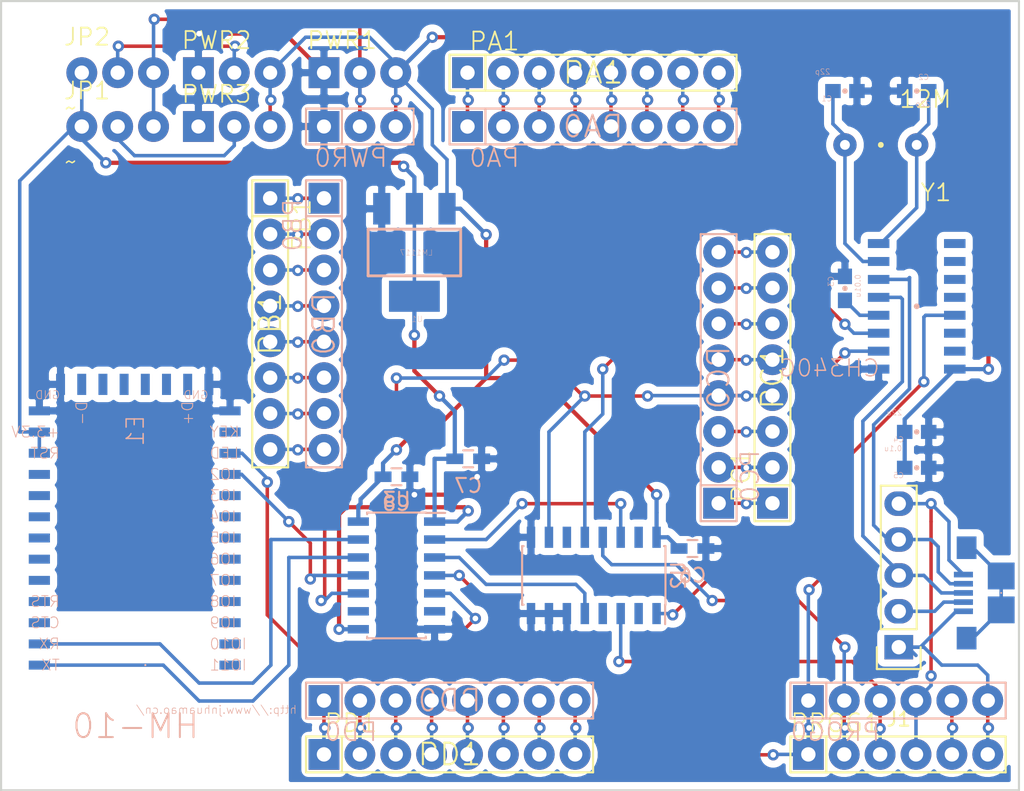
<source format=kicad_pcb>
(kicad_pcb (version 20160815) (host pcbnew "(2016-12-18 revision 3ffa37c)-master")
  (layers (0 Top signal) (31 Bottom signal) (34 B.Paste user) (35 F.Paste user) (36 B.SilkS user) (37 F.SilkS user) (38 B.Mask user) (39 F.Mask user) (44 Edge.Cuts user))
  (net 0 "")
  (net 1 GND)
  (net 2 /N$8)
  (net 3 "Net-(E1-Pad34)")
  (net 4 "Net-(E1-Pad33)")
  (net 5 "Net-(E1-Pad32)")
  (net 6 "Net-(E1-Pad31)")
  (net 7 "Net-(E1-Pad30)")
  (net 8 "Net-(E1-Pad29)")
  (net 9 "Net-(E1-Pad28)")
  (net 10 "Net-(E1-Pad27)")
  (net 11 "Net-(E1-Pad25)")
  (net 12 "Net-(E1-Pad24)")
  (net 13 "Net-(E1-Pad23)")
  (net 14 "Net-(E1-Pad20)")
  (net 15 "Net-(E1-Pad19)")
  (net 16 "Net-(E1-Pad18)")
  (net 17 "Net-(E1-Pad17)")
  (net 18 "Net-(E1-Pad16)")
  (net 19 "Net-(E1-Pad15)")
  (net 20 /3V3)
  (net 21 "Net-(E1-Pad10)")
  (net 22 "Net-(E1-Pad9)")
  (net 23 "Net-(E1-Pad8)")
  (net 24 "Net-(E1-Pad$7)")
  (net 25 "Net-(E1-Pad6)")
  (net 26 "Net-(E1-Pad5)")
  (net 27 "Net-(E1-Pad4)")
  (net 28 "Net-(E1-Pad3)")
  (net 29 "Net-(J10-PadSHIE)")
  (net 30 /N$41)
  (net 31 /N$6)
  (net 32 /N$2)
  (net 33 /N$44)
  (net 34 /N$45)
  (net 35 "Net-(U$1-Pad15)")
  (net 36 "Net-(U$1-Pad10)")
  (net 37 "Net-(U$1-Pad9)")
  (net 38 "Net-(U$1-Pad11)")
  (net 39 "Net-(U$1-Pad12)")
  (net 40 "Net-(U$1-Pad14)")
  (net 41 /DTR)
  (net 42 /N$40)
  (net 43 /N$39)
  (net 44 /N$38)
  (net 45 /N$37)
  (net 46 /N$36)
  (net 47 /N$35)
  (net 48 /N$34)
  (net 49 /N$33)
  (net 50 /N$25)
  (net 51 /N$26)
  (net 52 /N$27)
  (net 53 /N$28)
  (net 54 /N$29)
  (net 55 /N$30)
  (net 56 /N$31)
  (net 57 /N$32)
  (net 58 /N$17)
  (net 59 /N$18)
  (net 60 /N$19)
  (net 61 /PB)
  (net 62 /N$21)
  (net 63 /N$22)
  (net 64 /N$23)
  (net 65 /N$24)
  (net 66 /N$9)
  (net 67 /N$10)
  (net 68 /N$11)
  (net 69 /N$12)
  (net 70 /N$13)
  (net 71 /N$14)
  (net 72 /N$15)
  (net 73 /N$16)
  (net 74 /N$20)
  (net 75 Vdd)
  (net 76 "Net-(E1-Pad26)")
  (net 77 "Net-(E1-Pad2)")
  (net 78 "Net-(E1-Pad1)")
  (net 79 /RX)
  (net 80 /TX)
  (net 81 "Net-(U2-Pad14)")
  (net 82 "Net-(U2-Pad11)")
  (net 83 "Net-(U2-Pad5)")
  (net 84 "Net-(U2-Pad4)")
  (net 85 "Net-(U2-Pad2)")
  (net 86 "Net-(U2-Pad15)")
  (net 87 /XI)
  (net 88 /XO)
  (net 89 /D-)
  (net 90 D+)
  (net 91 /RXD-CH340G)
  (net 92 /TXD-CH340G)
  (net 93 "Net-(J1-Pad2)")
  (module 1X03 (layer Top) (at 118.1861 82.1386)
    (fp_text reference JP2 (at -1.3462 -1.8288) (layer F.SilkS) (effects (font (size 1.2065 1.2065) (thickness 0.127)) (justify left bottom)))
    (fp_text value ~ (at -1.27 3.175) (layer F.SilkS) (effects (font (size 1.2065 1.2065) (thickness 0.1016)) (justify left bottom)))
    (pad 3 thru_hole circle (at 5.08 0 90) (size 2.1844 2.1844) (drill 1.016) (layers *.Cu *.Mask) (net 32 /N$2))
    (pad 2 thru_hole circle (at 2.54 0 90) (size 2.1844 2.1844) (drill 1.016) (layers *.Cu *.Mask) (net 34 /N$45))
    (pad 1 thru_hole circle (at 0 0 90) (size 2.1844 2.1844) (drill 1.016) (layers *.Cu *.Mask) (net 20 /3V3))
  )
  (module 1X03 (layer Top) (at 118.1861 85.9486)
    (fp_text reference JP1 (at -1.3462 -1.8288) (layer F.SilkS) (effects (font (size 1.2065 1.2065) (thickness 0.127)) (justify left bottom)))
    (fp_text value ~ (at -1.27 3.175) (layer F.SilkS) (effects (font (size 1.2065 1.2065) (thickness 0.1016)) (justify left bottom)))
    (pad 3 thru_hole circle (at 5.08 0 90) (size 2.1844 2.1844) (drill 1.016) (layers *.Cu *.Mask) (net 32 /N$2))
    (pad 2 thru_hole circle (at 2.54 0 90) (size 2.1844 2.1844) (drill 1.016) (layers *.Cu *.Mask) (net 33 /N$44))
    (pad 1 thru_hole circle (at 0 0 90) (size 2.1844 2.1844) (drill 1.016) (layers *.Cu *.Mask) (net 20 /3V3))
  )
  (module 0603-CAP (layer Bottom) (at 172.212 83.439)
    (fp_text reference C1 (at -0.889 0.762) (layer B.SilkS) (effects (font (size 0.38608 0.38608) (thickness 0.032512)) (justify left bottom mirror)))
    (fp_text value 22p (at -1.016 -1.143) (layer B.SilkS) (effects (font (size 0.38608 0.38608) (thickness 0.032512)) (justify left bottom mirror)))
    (pad 2 smd rect (at 0.85 0) (size 1.1 1) (layers Bottom B.Paste B.Mask) (net 1 GND))
    (pad 1 smd rect (at -0.85 0) (size 1.1 1) (layers Bottom B.Paste B.Mask) (net 87 /XI))
  )
  (module 0603-CAP (layer Bottom) (at 177.292 83.439 180)
    (fp_text reference C2 (at -0.889 0.762 180) (layer B.SilkS) (effects (font (size 0.38608 0.38608) (thickness 0.032512)) (justify left bottom mirror)))
    (fp_text value 22p (at -1.016 -1.143 180) (layer B.SilkS) (effects (font (size 0.38608 0.38608) (thickness 0.032512)) (justify left bottom mirror)))
    (pad 2 smd rect (at 0.85 0 180) (size 1.1 1) (layers Bottom B.Paste B.Mask) (net 1 GND))
    (pad 1 smd rect (at -0.85 0 180) (size 1.1 1) (layers Bottom B.Paste B.Mask) (net 88 /XO))
  )
  (module 0603-CAP (layer Bottom) (at 172.212 97.409 270)
    (fp_text reference C3 (at -0.889 0.762 270) (layer B.SilkS) (effects (font (size 0.38608 0.38608) (thickness 0.032512)) (justify left bottom mirror)))
    (fp_text value 0.01u (at -1.016 -1.143 270) (layer B.SilkS) (effects (font (size 0.38608 0.38608) (thickness 0.032512)) (justify left bottom mirror)))
    (pad 2 smd rect (at 0.85 0 270) (size 1.1 1) (layers Bottom B.Paste B.Mask) (net 2 /N$8))
    (pad 1 smd rect (at -0.85 0 270) (size 1.1 1) (layers Bottom B.Paste B.Mask) (net 1 GND))
  )
  (module 0603-CAP (layer Bottom) (at 177.292 107.569)
    (fp_text reference C4 (at -0.889 0.762) (layer B.SilkS) (effects (font (size 0.38608 0.38608) (thickness 0.032512)) (justify left bottom mirror)))
    (fp_text value 22u (at -1.016 -1.143) (layer B.SilkS) (effects (font (size 0.38608 0.38608) (thickness 0.032512)) (justify left bottom mirror)))
    (pad 2 smd rect (at 0.85 0) (size 1.1 1) (layers Bottom B.Paste B.Mask) (net 1 GND))
    (pad 1 smd rect (at -0.85 0) (size 1.1 1) (layers Bottom B.Paste B.Mask) (net 75 Vdd))
  )
  (module 0603-CAP (layer Bottom) (at 177.292 110.109)
    (fp_text reference C5 (at -0.889 0.762) (layer B.SilkS) (effects (font (size 0.38608 0.38608) (thickness 0.032512)) (justify left bottom mirror)))
    (fp_text value 0.1u (at -1.016 -1.143) (layer B.SilkS) (effects (font (size 0.38608 0.38608) (thickness 0.032512)) (justify left bottom mirror)))
    (pad 2 smd rect (at 0.85 0) (size 1.1 1) (layers Bottom B.Paste B.Mask) (net 1 GND))
    (pad 1 smd rect (at -0.85 0) (size 1.1 1) (layers Bottom B.Paste B.Mask) (net 75 Vdd))
  )
  (module 26.9X13X2.2_BOARD (layer Bottom) (at 122.682 124.079)
    (fp_text reference E1 (at 0 -17.78 270) (layer B.SilkS) (effects (font (size 1.2065 1.2065) (thickness 0.1016)) (justify left bottom mirror)))
    (fp_text value JNHUAMAO_HM-10 hide)
    (fp_text user HM-10 (at -0.69 4.32) (layer B.SilkS) (effects (font (size 1.6891 1.6891) (thickness 0.14224)) (justify mirror)))
    (fp_text user IO11 (at 4.5 0) (layer B.SilkS) (effects (font (size 0.77216 0.77216) (thickness 0.065024)) (justify right mirror)))
    (fp_text user IO10 (at 4.5 -1.5) (layer B.SilkS) (effects (font (size 0.77216 0.77216) (thickness 0.065024)) (justify right mirror)))
    (fp_text user IO9 (at 4.5 -3) (layer B.SilkS) (effects (font (size 0.77216 0.77216) (thickness 0.065024)) (justify right mirror)))
    (fp_text user IO8 (at 4.5 -4.5) (layer B.SilkS) (effects (font (size 0.77216 0.77216) (thickness 0.065024)) (justify right mirror)))
    (fp_text user IO7 (at 4.5 -6) (layer B.SilkS) (effects (font (size 0.77216 0.77216) (thickness 0.065024)) (justify right mirror)))
    (fp_text user IO6 (at 4.5 -7.5) (layer B.SilkS) (effects (font (size 0.77216 0.77216) (thickness 0.065024)) (justify right mirror)))
    (fp_text user IO5 (at 4.5 -9) (layer B.SilkS) (effects (font (size 0.77216 0.77216) (thickness 0.065024)) (justify right mirror)))
    (fp_text user IO4 (at 4.5 -10.5) (layer B.SilkS) (effects (font (size 0.77216 0.77216) (thickness 0.065024)) (justify right mirror)))
    (fp_text user IO3 (at 4.5 -12) (layer B.SilkS) (effects (font (size 0.77216 0.77216) (thickness 0.065024)) (justify right mirror)))
    (fp_text user IO2 (at 4.5 -13.5) (layer B.SilkS) (effects (font (size 0.77216 0.77216) (thickness 0.065024)) (justify right mirror)))
    (fp_text user LED (at 4.5 -15) (layer B.SilkS) (effects (font (size 0.77216 0.77216) (thickness 0.065024)) (justify right mirror)))
    (fp_text user KEY (at 4.5 -16.5) (layer B.SilkS) (effects (font (size 0.77216 0.77216) (thickness 0.065024)) (justify right mirror)))
    (fp_text user GND (at 4.5 -19.125) (layer B.SilkS) (effects (font (size 0.57912 0.57912) (thickness 0.048768)) (justify left mirror)))
    (fp_text user D+ (at 3 -18.75 270) (layer B.SilkS) (effects (font (size 0.77216 0.77216) (thickness 0.065024)) (justify left mirror)))
    (fp_text user D- (at -4.5 -18.75 270) (layer B.SilkS) (effects (font (size 0.77216 0.77216) (thickness 0.065024)) (justify left mirror)))
    (fp_text user GND (at -6 -19.125) (layer B.SilkS) (effects (font (size 0.57912 0.57912) (thickness 0.048768)) (justify left mirror)))
    (fp_text user +3.3V (at -6 -16.5) (layer B.SilkS) (effects (font (size 0.77216 0.77216) (thickness 0.065024)) (justify left mirror)))
    (fp_text user RST (at -6 -15) (layer B.SilkS) (effects (font (size 0.77216 0.77216) (thickness 0.065024)) (justify left mirror)))
    (fp_text user RTS (at -6 -4.5) (layer B.SilkS) (effects (font (size 0.77216 0.77216) (thickness 0.065024)) (justify left mirror)))
    (fp_text user CTS (at -6 -3) (layer B.SilkS) (effects (font (size 0.77216 0.77216) (thickness 0.065024)) (justify left mirror)))
    (fp_text user RX (at -6 -1.5) (layer B.SilkS) (effects (font (size 0.77216 0.77216) (thickness 0.065024)) (justify left mirror)))
    (fp_text user TX (at -6 0) (layer B.SilkS) (effects (font (size 0.77216 0.77216) (thickness 0.065024)) (justify left mirror)))
    (fp_text user http://www.jnhuamao.cn/ (at -0.69 2.82) (layer B.SilkS) (effects (font (size 0.57912 0.57912) (thickness 0.048768)) (justify right top mirror)))
    (pad 34 smd rect (at 6 0 180) (size 1.5 0.635) (layers Bottom B.Paste B.Mask) (net 3 "Net-(E1-Pad34)"))
    (pad 33 smd rect (at 6 -1.5 180) (size 1.5 0.635) (layers Bottom B.Paste B.Mask) (net 4 "Net-(E1-Pad33)"))
    (pad 32 smd rect (at 6 -3 180) (size 1.5 0.635) (layers Bottom B.Paste B.Mask) (net 5 "Net-(E1-Pad32)"))
    (pad 31 smd rect (at 6 -4.5 180) (size 1.5 0.635) (layers Bottom B.Paste B.Mask) (net 6 "Net-(E1-Pad31)"))
    (pad 30 smd rect (at 6 -6 180) (size 1.5 0.635) (layers Bottom B.Paste B.Mask) (net 7 "Net-(E1-Pad30)"))
    (pad 29 smd rect (at 6 -7.5 180) (size 1.5 0.635) (layers Bottom B.Paste B.Mask) (net 8 "Net-(E1-Pad29)"))
    (pad 28 smd rect (at 6 -9 180) (size 1.5 0.635) (layers Bottom B.Paste B.Mask) (net 9 "Net-(E1-Pad28)"))
    (pad 27 smd rect (at 6 -10.5 180) (size 1.5 0.635) (layers Bottom B.Paste B.Mask) (net 10 "Net-(E1-Pad27)"))
    (pad 26 smd rect (at 6 -12 180) (size 1.5 0.635) (layers Bottom B.Paste B.Mask) (net 76 "Net-(E1-Pad26)"))
    (pad 25 smd rect (at 6 -13.5 180) (size 1.5 0.635) (layers Bottom B.Paste B.Mask) (net 11 "Net-(E1-Pad25)"))
    (pad 24 smd rect (at 6 -15 180) (size 1.5 0.635) (layers Bottom B.Paste B.Mask) (net 12 "Net-(E1-Pad24)"))
    (pad 23 smd rect (at 6 -16.5 180) (size 1.5 0.635) (layers Bottom B.Paste B.Mask) (net 13 "Net-(E1-Pad23)"))
    (pad 22 smd rect (at 6 -18 180) (size 1.5 0.635) (layers Bottom B.Paste B.Mask) (net 1 GND))
    (pad 21 smd rect (at 4.5 -19.875 270) (size 1.5 0.635) (layers Bottom B.Paste B.Mask) (net 1 GND))
    (pad 20 smd rect (at 3 -19.875 270) (size 1.5 0.635) (layers Bottom B.Paste B.Mask) (net 14 "Net-(E1-Pad20)"))
    (pad 19 smd rect (at 1.5 -19.875 270) (size 1.5 0.635) (layers Bottom B.Paste B.Mask) (net 15 "Net-(E1-Pad19)"))
    (pad 18 smd rect (at 0 -19.875 270) (size 1.5 0.635) (layers Bottom B.Paste B.Mask) (net 16 "Net-(E1-Pad18)"))
    (pad 17 smd rect (at -1.5 -19.875 270) (size 1.5 0.635) (layers Bottom B.Paste B.Mask) (net 17 "Net-(E1-Pad17)"))
    (pad 16 smd rect (at -3 -19.875 270) (size 1.5 0.635) (layers Bottom B.Paste B.Mask) (net 18 "Net-(E1-Pad16)"))
    (pad 15 smd rect (at -4.5 -19.875 270) (size 1.5 0.635) (layers Bottom B.Paste B.Mask) (net 19 "Net-(E1-Pad15)"))
    (pad 14 smd rect (at -6 -19.875 270) (size 1.5 0.635) (layers Bottom B.Paste B.Mask) (net 1 GND))
    (pad 13 smd rect (at -7.5 -18) (size 1.5 0.635) (layers Bottom B.Paste B.Mask) (net 1 GND))
    (pad 12 smd rect (at -7.5 -16.5) (size 1.5 0.635) (layers Bottom B.Paste B.Mask) (net 20 /3V3))
    (pad 11 smd rect (at -7.5 -15) (size 1.5 0.635) (layers Bottom B.Paste B.Mask) (net 20 /3V3))
    (pad 10 smd rect (at -7.5 -13.5) (size 1.5 0.635) (layers Bottom B.Paste B.Mask) (net 21 "Net-(E1-Pad10)"))
    (pad 9 smd rect (at -7.5 -12) (size 1.5 0.635) (layers Bottom B.Paste B.Mask) (net 22 "Net-(E1-Pad9)"))
    (pad 8 smd rect (at -7.5 -10.5) (size 1.5 0.635) (layers Bottom B.Paste B.Mask) (net 23 "Net-(E1-Pad8)"))
    (pad $7 smd rect (at -7.5 -9) (size 1.5 0.635) (layers Bottom B.Paste B.Mask) (net 24 "Net-(E1-Pad$7)"))
    (pad 6 smd rect (at -7.5 -7.5) (size 1.5 0.635) (layers Bottom B.Paste B.Mask) (net 25 "Net-(E1-Pad6)"))
    (pad 5 smd rect (at -7.5 -6) (size 1.5 0.635) (layers Bottom B.Paste B.Mask) (net 26 "Net-(E1-Pad5)"))
    (pad 4 smd rect (at -7.5 -4.5) (size 1.5 0.635) (layers Bottom B.Paste B.Mask) (net 27 "Net-(E1-Pad4)"))
    (pad 3 smd rect (at -7.5 -3) (size 1.5 0.635) (layers Bottom B.Paste B.Mask) (net 28 "Net-(E1-Pad3)"))
    (pad 2 smd rect (at -7.5 -1.5) (size 1.5 0.635) (layers Bottom B.Paste B.Mask) (net 77 "Net-(E1-Pad2)"))
    (pad 1 smd rect (at -7.5 0) (size 1.5 0.635) (layers Bottom B.Paste B.Mask) (net 78 "Net-(E1-Pad1)"))
  )
  (module 10118193-0001LF (layer Bottom) (at 183.2736 118.9686 270)
    (fp_text reference J10 hide)
    (fp_text value 10118193-0001LF hide)
    (pad SHIE smd rect (at 1.2 0 270) (size 1.9 1.9) (layers Bottom B.Paste B.Mask) (net 29 "Net-(J10-PadSHIE)"))
    (pad SHIE smd rect (at -1.2 0 270) (size 1.9 1.9) (layers Bottom B.Paste B.Mask) (net 29 "Net-(J10-PadSHIE)"))
    (pad GND smd rect (at 1.3 2.675 270) (size 0.4 1.35) (layers Bottom B.Paste B.Mask) (net 30 /N$41))
    (pad VCC smd rect (at -1.3 2.675 270) (size 0.4 1.35) (layers Bottom B.Paste B.Mask) (net 31 /N$6))
    (pad D- smd rect (at -0.65 2.675 270) (size 0.4 1.35) (layers Bottom B.Paste B.Mask) (net 89 /D-))
    (pad ID smd rect (at 0.65 2.675 270) (size 0.4 1.35) (layers Bottom B.Paste B.Mask) (net 93 "Net-(J1-Pad2)"))
    (pad D+ smd rect (at 0 2.675 270) (size 0.4 1.35) (layers Bottom B.Paste B.Mask) (net 90 D+))
    (pad SHIE smd rect (at 3.2 2.45 270) (size 1.6 1.4) (layers Bottom B.Paste B.Mask) (net 29 "Net-(J10-PadSHIE)"))
    (pad SHIE smd rect (at -3.2 2.45 270) (size 1.6 1.4) (layers Bottom B.Paste B.Mask) (net 29 "Net-(J10-PadSHIE)"))
  )
  (module M1X3 (layer Top) (at 135.3311 82.1386)
    (fp_text reference PWR1 (at -1.27 -1.5875) (layer F.SilkS) (effects (font (size 1.2065 1.2065) (thickness 0.127)) (justify left bottom)))
    (fp_text value PWR1 hide)
    (pad 3 thru_hole circle (at 5.08 0) (size 2.1844 2.1844) (drill 1) (layers *.Cu *.Mask) (net 75 Vdd))
    (pad 2 thru_hole circle (at 2.54 0) (size 2.1844 2.1844) (drill 1) (layers *.Cu *.Mask) (net 32 /N$2))
    (pad 1 thru_hole rect (at 0 0) (size 2.1844 2.1844) (drill 1) (layers *.Cu *.Mask) (net 1 GND))
  )
  (module M1X3 (layer Top) (at 126.4411 82.1386)
    (fp_text reference PWR2 (at -1.27 -1.5875) (layer F.SilkS) (effects (font (size 1.2065 1.2065) (thickness 0.127)) (justify left bottom)))
    (fp_text value PWR2 hide)
    (pad 3 thru_hole circle (at 5.08 0) (size 2.1844 2.1844) (drill 1) (layers *.Cu *.Mask) (net 75 Vdd))
    (pad 2 thru_hole circle (at 2.54 0) (size 2.1844 2.1844) (drill 1) (layers *.Cu *.Mask) (net 34 /N$45))
    (pad 1 thru_hole rect (at 0 0) (size 2.1844 2.1844) (drill 1) (layers *.Cu *.Mask) (net 1 GND))
  )
  (module M1X3 (layer Top) (at 126.4411 85.9486)
    (fp_text reference PWR3 (at -1.27 -1.5875) (layer F.SilkS) (effects (font (size 1.2065 1.2065) (thickness 0.127)) (justify left bottom)))
    (fp_text value PWR3 hide)
    (pad 3 thru_hole circle (at 5.08 0) (size 2.1844 2.1844) (drill 1) (layers *.Cu *.Mask) (net 75 Vdd))
    (pad 2 thru_hole circle (at 2.54 0) (size 2.1844 2.1844) (drill 1) (layers *.Cu *.Mask) (net 33 /N$44))
    (pad 1 thru_hole rect (at 0 0) (size 2.1844 2.1844) (drill 1) (layers *.Cu *.Mask) (net 1 GND))
  )
  (module SOIC16 (layer Bottom) (at 177.292 98.679 90)
    (fp_text reference U$1 hide)
    (fp_text value ~ hide)
    (fp_text user CH340G (at -5.08 -2.54) (layer B.SilkS) (effects (font (size 1.2065 1.2065) (thickness 0.1016)) (justify left bottom mirror)))
    (pad 16 smd rect (at -4.445 2.695 90) (size 0.635 1.524) (layers Bottom B.Paste B.Mask) (net 75 Vdd))
    (pad 15 smd rect (at -3.175 2.695 90) (size 0.635 1.524) (layers Bottom B.Paste B.Mask) (net 35 "Net-(U$1-Pad15)"))
    (pad 8 smd rect (at 4.445 -2.695 90) (size 0.635 1.524) (layers Bottom B.Paste B.Mask) (net 88 /XO))
    (pad 10 smd rect (at 3.175 2.695 90) (size 0.635 1.524) (layers Bottom B.Paste B.Mask) (net 36 "Net-(U$1-Pad10)"))
    (pad 7 smd rect (at 3.175 -2.695 90) (size 0.635 1.524) (layers Bottom B.Paste B.Mask) (net 87 /XI))
    (pad 5 smd rect (at 0.635 -2.695 90) (size 0.635 1.524) (layers Bottom B.Paste B.Mask) (net 90 D+))
    (pad 9 smd rect (at 4.445 2.695 90) (size 0.635 1.524) (layers Bottom B.Paste B.Mask) (net 37 "Net-(U$1-Pad9)"))
    (pad 6 smd rect (at 1.905 -2.695 90) (size 0.635 1.524) (layers Bottom B.Paste B.Mask) (net 89 /D-))
    (pad 11 smd rect (at 1.905 2.695 90) (size 0.635 1.524) (layers Bottom B.Paste B.Mask) (net 38 "Net-(U$1-Pad11)"))
    (pad 12 smd rect (at 0.635 2.695 90) (size 0.635 1.524) (layers Bottom B.Paste B.Mask) (net 39 "Net-(U$1-Pad12)"))
    (pad 14 smd rect (at -1.905 2.695 90) (size 0.635 1.524) (layers Bottom B.Paste B.Mask) (net 40 "Net-(U$1-Pad14)"))
    (pad 4 smd rect (at -0.635 -2.695 90) (size 0.635 1.524) (layers Bottom B.Paste B.Mask) (net 2 /N$8))
    (pad 3 smd rect (at -1.905 -2.695 90) (size 0.635 1.524) (layers Bottom B.Paste B.Mask) (net 91 /RXD-CH340G))
    (pad 1 smd rect (at -4.445 -2.695 90) (size 0.635 1.524) (layers Bottom B.Paste B.Mask) (net 1 GND))
    (pad 13 smd rect (at -0.635 2.695 90) (size 0.635 1.524) (layers Bottom B.Paste B.Mask) (net 41 /DTR))
    (pad 2 smd rect (at -3.175 -2.695 90) (size 0.635 1.524) (layers Bottom B.Paste B.Mask) (net 92 /TXD-CH340G))
  )
  (module HC49US (layer Top) (at 174.752 87.249 180)
    (fp_text reference Y1 (at -5.08 -2.667 180) (layer F.SilkS) (effects (font (size 1.2065 1.2065) (thickness 0.127)) (justify right top)))
    (fp_text value 12M (at -5.08 3.937 180) (layer F.SilkS) (effects (font (size 1.2065 1.2065) (thickness 0.127)) (justify right top)))
    (pad 2 thru_hole circle (at 2.54 0 270) (size 1.651 1.651) (drill 0.7) (layers *.Cu *.Mask) (net 87 /XI))
    (pad 1 thru_hole circle (at -2.54 0 270) (size 1.651 1.651) (drill 0.7) (layers *.Cu *.Mask) (net 88 /XO))
  )
  (module shield:SPARKFUN-POWERIC_SOT223 (layer Bottom) (at 141.732 94.869)
    (fp_text reference U1 (at 0.1905 4.7117) (layer B.SilkS) (effects (font (size 0.4064 0.4064) (thickness 0.0254)) (justify mirror)))
    (fp_text value LM1117 (at 0.1397 0.0127) (layer B.SilkS) (effects (font (size 0.4064 0.4064) (thickness 0.0254)) (justify mirror)))
    (pad 1 smd rect (at -2.3114 -3.0988) (size 1.2192 2.2352) (layers Bottom B.Paste B.Mask) (net 1 GND))
    (pad 2 smd rect (at 0 -3.0988) (size 1.2192 2.2352) (layers Bottom B.Paste B.Mask) (net 20 /3V3))
    (pad 3 smd rect (at 2.30886 -3.0988) (size 1.2192 2.2352) (layers Bottom B.Paste B.Mask) (net 75 Vdd))
    (pad 4 smd rect (at 0 3.0988) (size 3.59918 2.19964) (layers Bottom B.Paste B.Mask) (net 20 /3V3))
  )
  (module shield:DP_DEVICES.V6_M1X8 (layer Bottom) (at 154.3811 85.9486)
    (fp_text reference PA0 (at -6.985 2.2225) (layer B.SilkS) (effects (font (size 1.27 1.27) (thickness 0.127)) (justify mirror)))
    (fp_text value PA0 (at 0 0) (layer B.SilkS) (effects (justify mirror)))
    (pad 8 thru_hole circle (at 8.89 0) (size 2.18186 2.18186) (drill 1.01854) (layers *.Cu *.Paste *.Mask) (net 49 /N$33))
    (pad 7 thru_hole circle (at 6.35 0) (size 2.18186 2.18186) (drill 1.01854) (layers *.Cu *.Paste *.Mask) (net 48 /N$34))
    (pad 6 thru_hole circle (at 3.81 0) (size 2.18186 2.18186) (drill 1.01854) (layers *.Cu *.Paste *.Mask) (net 47 /N$35))
    (pad 5 thru_hole circle (at 1.27 0) (size 2.18186 2.18186) (drill 1.01854) (layers *.Cu *.Paste *.Mask) (net 46 /N$36))
    (pad 4 thru_hole circle (at -1.27 0) (size 2.18186 2.18186) (drill 1.01854) (layers *.Cu *.Paste *.Mask) (net 45 /N$37))
    (pad 3 thru_hole circle (at -3.81 0) (size 2.18186 2.18186) (drill 1.01854) (layers *.Cu *.Paste *.Mask) (net 44 /N$38))
    (pad 2 thru_hole circle (at -6.35 0) (size 2.18186 2.18186) (drill 1.01854) (layers *.Cu *.Paste *.Mask) (net 43 /N$39))
    (pad 1 thru_hole rect (at -8.89 0) (size 2.18186 2.18186) (drill 1.01854) (layers *.Cu *.Paste *.Mask) (net 42 /N$40))
  )
  (module shield:DP_DEVICES.V6_M1X8 (layer Top) (at 154.3811 82.1386)
    (fp_text reference PA1 (at -6.985 -2.2225) (layer F.SilkS) (effects (font (size 1.27 1.27) (thickness 0.127))))
    (fp_text value PA1 (at 0 0) (layer F.SilkS))
    (pad 1 thru_hole rect (at -8.89 0) (size 2.18186 2.18186) (drill 1.01854) (layers *.Cu *.Paste *.Mask) (net 42 /N$40))
    (pad 2 thru_hole circle (at -6.35 0) (size 2.18186 2.18186) (drill 1.01854) (layers *.Cu *.Paste *.Mask) (net 43 /N$39))
    (pad 3 thru_hole circle (at -3.81 0) (size 2.18186 2.18186) (drill 1.01854) (layers *.Cu *.Paste *.Mask) (net 44 /N$38))
    (pad 4 thru_hole circle (at -1.27 0) (size 2.18186 2.18186) (drill 1.01854) (layers *.Cu *.Paste *.Mask) (net 45 /N$37))
    (pad 5 thru_hole circle (at 1.27 0) (size 2.18186 2.18186) (drill 1.01854) (layers *.Cu *.Paste *.Mask) (net 46 /N$36))
    (pad 6 thru_hole circle (at 3.81 0) (size 2.18186 2.18186) (drill 1.01854) (layers *.Cu *.Paste *.Mask) (net 47 /N$35))
    (pad 7 thru_hole circle (at 6.35 0) (size 2.18186 2.18186) (drill 1.01854) (layers *.Cu *.Paste *.Mask) (net 48 /N$34))
    (pad 8 thru_hole circle (at 8.89 0) (size 2.18186 2.18186) (drill 1.01854) (layers *.Cu *.Paste *.Mask) (net 49 /N$33))
  )
  (module shield:DP_DEVICES.V6_M1X8 (layer Bottom) (at 135.3311 99.9186 270)
    (fp_text reference PB0 (at -6.985 2.2225 270) (layer B.SilkS) (effects (font (size 1.27 1.27) (thickness 0.127)) (justify mirror)))
    (fp_text value PB0 (at 0 0 270) (layer B.SilkS) (effects (justify mirror)))
    (pad 1 thru_hole rect (at -8.89 0 270) (size 2.18186 2.18186) (drill 1.01854) (layers *.Cu *.Paste *.Mask) (net 57 /N$32))
    (pad 2 thru_hole circle (at -6.35 0 270) (size 2.18186 2.18186) (drill 1.01854) (layers *.Cu *.Paste *.Mask) (net 56 /N$31))
    (pad 3 thru_hole circle (at -3.81 0 270) (size 2.18186 2.18186) (drill 1.01854) (layers *.Cu *.Paste *.Mask) (net 55 /N$30))
    (pad 4 thru_hole circle (at -1.27 0 270) (size 2.18186 2.18186) (drill 1.01854) (layers *.Cu *.Paste *.Mask) (net 54 /N$29))
    (pad 5 thru_hole circle (at 1.27 0 270) (size 2.18186 2.18186) (drill 1.01854) (layers *.Cu *.Paste *.Mask) (net 53 /N$28))
    (pad 6 thru_hole circle (at 3.81 0 270) (size 2.18186 2.18186) (drill 1.01854) (layers *.Cu *.Paste *.Mask) (net 52 /N$27))
    (pad 7 thru_hole circle (at 6.35 0 270) (size 2.18186 2.18186) (drill 1.01854) (layers *.Cu *.Paste *.Mask) (net 51 /N$26))
    (pad 8 thru_hole circle (at 8.89 0 270) (size 2.18186 2.18186) (drill 1.01854) (layers *.Cu *.Paste *.Mask) (net 50 /N$25))
  )
  (module shield:DP_DEVICES.V6_M1X8 (layer Top) (at 131.5211 99.9186 270)
    (fp_text reference PB1 (at -6.985 -2.2225 270) (layer F.SilkS) (effects (font (size 1.27 1.27) (thickness 0.127))))
    (fp_text value PB1 (at 0 0 270) (layer F.SilkS))
    (pad 8 thru_hole circle (at 8.89 0 270) (size 2.18186 2.18186) (drill 1.01854) (layers *.Cu *.Paste *.Mask) (net 50 /N$25))
    (pad 7 thru_hole circle (at 6.35 0 270) (size 2.18186 2.18186) (drill 1.01854) (layers *.Cu *.Paste *.Mask) (net 51 /N$26))
    (pad 6 thru_hole circle (at 3.81 0 270) (size 2.18186 2.18186) (drill 1.01854) (layers *.Cu *.Paste *.Mask) (net 52 /N$27))
    (pad 5 thru_hole circle (at 1.27 0 270) (size 2.18186 2.18186) (drill 1.01854) (layers *.Cu *.Paste *.Mask) (net 53 /N$28))
    (pad 4 thru_hole circle (at -1.27 0 270) (size 2.18186 2.18186) (drill 1.01854) (layers *.Cu *.Paste *.Mask) (net 54 /N$29))
    (pad 3 thru_hole circle (at -3.81 0 270) (size 2.18186 2.18186) (drill 1.01854) (layers *.Cu *.Paste *.Mask) (net 55 /N$30))
    (pad 2 thru_hole circle (at -6.35 0 270) (size 2.18186 2.18186) (drill 1.01854) (layers *.Cu *.Paste *.Mask) (net 56 /N$31))
    (pad 1 thru_hole rect (at -8.89 0 270) (size 2.18186 2.18186) (drill 1.01854) (layers *.Cu *.Paste *.Mask) (net 57 /N$32))
  )
  (module shield:DP_DEVICES.V6_M1X8 (layer Bottom) (at 163.2711 103.7286 90)
    (fp_text reference PC0 (at -6.985 2.2225 90) (layer B.SilkS) (effects (font (size 1.27 1.27) (thickness 0.127)) (justify mirror)))
    (fp_text value PC0 (at 0 0 90) (layer B.SilkS) (effects (justify mirror)))
    (pad 1 thru_hole rect (at -8.89 0 90) (size 2.18186 2.18186) (drill 1.01854) (layers *.Cu *.Paste *.Mask) (net 65 /N$24))
    (pad 2 thru_hole circle (at -6.35 0 90) (size 2.18186 2.18186) (drill 1.01854) (layers *.Cu *.Paste *.Mask) (net 64 /N$23))
    (pad 3 thru_hole circle (at -3.81 0 90) (size 2.18186 2.18186) (drill 1.01854) (layers *.Cu *.Paste *.Mask) (net 63 /N$22))
    (pad 4 thru_hole circle (at -1.27 0 90) (size 2.18186 2.18186) (drill 1.01854) (layers *.Cu *.Paste *.Mask) (net 62 /N$21))
    (pad 5 thru_hole circle (at 1.27 0 90) (size 2.18186 2.18186) (drill 1.01854) (layers *.Cu *.Paste *.Mask) (net 61 /PB))
    (pad 6 thru_hole circle (at 3.81 0 90) (size 2.18186 2.18186) (drill 1.01854) (layers *.Cu *.Paste *.Mask) (net 60 /N$19))
    (pad 7 thru_hole circle (at 6.35 0 90) (size 2.18186 2.18186) (drill 1.01854) (layers *.Cu *.Paste *.Mask) (net 59 /N$18))
    (pad 8 thru_hole circle (at 8.89 0 90) (size 2.18186 2.18186) (drill 1.01854) (layers *.Cu *.Paste *.Mask) (net 58 /N$17))
  )
  (module shield:DP_DEVICES.V6_M1X8 (layer Top) (at 167.0811 103.7286 90)
    (fp_text reference PC1 (at -6.985 -2.2225 90) (layer F.SilkS) (effects (font (size 1.27 1.27) (thickness 0.127))))
    (fp_text value PC1 (at 0 0 90) (layer F.SilkS))
    (pad 8 thru_hole circle (at 8.89 0 90) (size 2.18186 2.18186) (drill 1.01854) (layers *.Cu *.Paste *.Mask) (net 58 /N$17))
    (pad 7 thru_hole circle (at 6.35 0 90) (size 2.18186 2.18186) (drill 1.01854) (layers *.Cu *.Paste *.Mask) (net 59 /N$18))
    (pad 6 thru_hole circle (at 3.81 0 90) (size 2.18186 2.18186) (drill 1.01854) (layers *.Cu *.Paste *.Mask) (net 60 /N$19))
    (pad 5 thru_hole circle (at 1.27 0 90) (size 2.18186 2.18186) (drill 1.01854) (layers *.Cu *.Paste *.Mask) (net 61 /PB))
    (pad 4 thru_hole circle (at -1.27 0 90) (size 2.18186 2.18186) (drill 1.01854) (layers *.Cu *.Paste *.Mask) (net 62 /N$21))
    (pad 3 thru_hole circle (at -3.81 0 90) (size 2.18186 2.18186) (drill 1.01854) (layers *.Cu *.Paste *.Mask) (net 63 /N$22))
    (pad 2 thru_hole circle (at -6.35 0 90) (size 2.18186 2.18186) (drill 1.01854) (layers *.Cu *.Paste *.Mask) (net 64 /N$23))
    (pad 1 thru_hole rect (at -8.89 0 90) (size 2.18186 2.18186) (drill 1.01854) (layers *.Cu *.Paste *.Mask) (net 65 /N$24))
  )
  (module shield:DP_DEVICES.V6_M1X8 (layer Bottom) (at 144.2211 126.5886)
    (fp_text reference PD0 (at -6.985 2.2225) (layer B.SilkS) (effects (font (size 1.27 1.27) (thickness 0.127)) (justify mirror)))
    (fp_text value PD0 (at 0 0) (layer B.SilkS) (effects (justify mirror)))
    (pad 1 thru_hole rect (at -8.89 0) (size 2.18186 2.18186) (drill 1.01854) (layers *.Cu *.Paste *.Mask) (net 73 /N$16))
    (pad 2 thru_hole circle (at -6.35 0) (size 2.18186 2.18186) (drill 1.01854) (layers *.Cu *.Paste *.Mask) (net 72 /N$15))
    (pad 3 thru_hole circle (at -3.81 0) (size 2.18186 2.18186) (drill 1.01854) (layers *.Cu *.Paste *.Mask) (net 71 /N$14))
    (pad 4 thru_hole circle (at -1.27 0) (size 2.18186 2.18186) (drill 1.01854) (layers *.Cu *.Paste *.Mask) (net 70 /N$13))
    (pad 5 thru_hole circle (at 1.27 0) (size 2.18186 2.18186) (drill 1.01854) (layers *.Cu *.Paste *.Mask) (net 69 /N$12))
    (pad 6 thru_hole circle (at 3.81 0) (size 2.18186 2.18186) (drill 1.01854) (layers *.Cu *.Paste *.Mask) (net 68 /N$11))
    (pad 7 thru_hole circle (at 6.35 0) (size 2.18186 2.18186) (drill 1.01854) (layers *.Cu *.Paste *.Mask) (net 67 /N$10))
    (pad 8 thru_hole circle (at 8.89 0) (size 2.18186 2.18186) (drill 1.01854) (layers *.Cu *.Paste *.Mask) (net 66 /N$9))
  )
  (module shield:DP_DEVICES.V6_M1X8 (layer Top) (at 144.2211 130.3986)
    (fp_text reference PD1 (at -6.985 -2.2225) (layer F.SilkS) (effects (font (size 1.27 1.27) (thickness 0.127))))
    (fp_text value PD1 (at 0 0) (layer F.SilkS))
    (pad 8 thru_hole circle (at 8.89 0) (size 2.18186 2.18186) (drill 1.01854) (layers *.Cu *.Paste *.Mask) (net 66 /N$9))
    (pad 7 thru_hole circle (at 6.35 0) (size 2.18186 2.18186) (drill 1.01854) (layers *.Cu *.Paste *.Mask) (net 67 /N$10))
    (pad 6 thru_hole circle (at 3.81 0) (size 2.18186 2.18186) (drill 1.01854) (layers *.Cu *.Paste *.Mask) (net 68 /N$11))
    (pad 5 thru_hole circle (at 1.27 0) (size 2.18186 2.18186) (drill 1.01854) (layers *.Cu *.Paste *.Mask) (net 69 /N$12))
    (pad 4 thru_hole circle (at -1.27 0) (size 2.18186 2.18186) (drill 1.01854) (layers *.Cu *.Paste *.Mask) (net 70 /N$13))
    (pad 3 thru_hole circle (at -3.81 0) (size 2.18186 2.18186) (drill 1.01854) (layers *.Cu *.Paste *.Mask) (net 71 /N$14))
    (pad 2 thru_hole circle (at -6.35 0) (size 2.18186 2.18186) (drill 1.01854) (layers *.Cu *.Paste *.Mask) (net 72 /N$15))
    (pad 1 thru_hole rect (at -8.89 0) (size 2.18186 2.18186) (drill 1.01854) (layers *.Cu *.Paste *.Mask) (net 73 /N$16))
  )
  (module shield:DP_DEVICES.V6_M1X6 (layer Bottom) (at 169.6211 126.5886)
    (fp_text reference PROG0 (at 1.905 2.2225) (layer B.SilkS) (effects (font (size 1.27 1.27) (thickness 0.127)) (justify mirror)))
    (fp_text value ~ (at 0 0) (layer B.SilkS) (effects (justify mirror)))
    (pad 1 thru_hole rect (at 0 0) (size 2.18186 2.18186) (drill 1.01854) (layers *.Cu *.Paste *.Mask) (net 41 /DTR))
    (pad 2 thru_hole circle (at 2.54 0) (size 2.18186 2.18186) (drill 1.01854) (layers *.Cu *.Paste *.Mask) (net 79 /RX))
    (pad 3 thru_hole circle (at 5.08 0) (size 2.18186 2.18186) (drill 1.01854) (layers *.Cu *.Paste *.Mask) (net 80 /TX))
    (pad 4 thru_hole circle (at 7.62 0) (size 2.18186 2.18186) (drill 1.01854) (layers *.Cu *.Paste *.Mask) (net 31 /N$6))
    (pad 5 thru_hole circle (at 10.16 0) (size 2.18186 2.18186) (drill 1.01854) (layers *.Cu *.Paste *.Mask) (net 74 /N$20))
    (pad 6 thru_hole circle (at 12.7 0) (size 2.18186 2.18186) (drill 1.01854) (layers *.Cu *.Paste *.Mask) (net 30 /N$41))
  )
  (module shield:DP_DEVICES.V6_M1X6 (layer Top) (at 169.6211 130.3986)
    (fp_text reference PROG1 (at 1.905 -2.2225) (layer F.SilkS) (effects (font (size 1.27 1.27) (thickness 0.127))))
    (fp_text value ~ (at 0 0) (layer F.SilkS))
    (pad 6 thru_hole circle (at 12.7 0) (size 2.18186 2.18186) (drill 1.01854) (layers *.Cu *.Paste *.Mask) (net 30 /N$41))
    (pad 5 thru_hole circle (at 10.16 0) (size 2.18186 2.18186) (drill 1.01854) (layers *.Cu *.Paste *.Mask) (net 74 /N$20))
    (pad 4 thru_hole circle (at 7.62 0) (size 2.18186 2.18186) (drill 1.01854) (layers *.Cu *.Paste *.Mask) (net 31 /N$6))
    (pad 3 thru_hole circle (at 5.08 0) (size 2.18186 2.18186) (drill 1.01854) (layers *.Cu *.Paste *.Mask) (net 80 /TX))
    (pad 2 thru_hole circle (at 2.54 0) (size 2.18186 2.18186) (drill 1.01854) (layers *.Cu *.Paste *.Mask) (net 79 /RX))
    (pad 1 thru_hole rect (at 0 0) (size 2.18186 2.18186) (drill 1.01854) (layers *.Cu *.Paste *.Mask) (net 41 /DTR))
  )
  (module shield:DP_DEVICES.V6_M1X3 (layer Bottom) (at 135.3311 85.9486)
    (fp_text reference PWR0 (at 1.905 2.2225) (layer B.SilkS) (effects (font (size 1.27 1.27) (thickness 0.127)) (justify mirror)))
    (fp_text value ~ (at 0 0) (layer B.SilkS) (effects (justify mirror)))
    (pad 1 thru_hole rect (at 0 0) (size 2.18186 2.18186) (drill 0.99822) (layers *.Cu *.Paste *.Mask) (net 1 GND))
    (pad 2 thru_hole circle (at 2.54 0) (size 2.18186 2.18186) (drill 0.99822) (layers *.Cu *.Paste *.Mask) (net 32 /N$2))
    (pad 3 thru_hole circle (at 5.08 0) (size 2.18186 2.18186) (drill 0.99822) (layers *.Cu *.Paste *.Mask) (net 75 Vdd))
  )
  (module Housings_SOIC:SOIC-16_3.9x9.9mm_Pitch1.27mm (layer Bottom) (at 154.432 117.729 90)
    (fp_text reference U2 (at 0 6 90) (layer B.SilkS) (effects (justify mirror)))
    (fp_text value 4052)
    (pad 16 smd rect (at 2.7 4.445 90) (size 1.5 0.6) (layers Bottom B.Paste B.Mask) (net 75 Vdd))
    (pad 15 smd rect (at 2.7 3.175 90) (size 1.5 0.6) (layers Bottom B.Paste B.Mask) (net 86 "Net-(U2-Pad15)"))
    (pad 14 smd rect (at 2.7 1.905 90) (size 1.5 0.6) (layers Bottom B.Paste B.Mask) (net 81 "Net-(U2-Pad14)"))
    (pad 13 smd rect (at 2.7 0.635 90) (size 1.5 0.6) (layers Bottom B.Paste B.Mask) (net 79 /RX))
    (pad 12 smd rect (at 2.7 -0.635 90) (size 1.5 0.6) (layers Bottom B.Paste B.Mask) (net 91 /RXD-CH340G))
    (pad 11 smd rect (at 2.7 -1.905 90) (size 1.5 0.6) (layers Bottom B.Paste B.Mask) (net 82 "Net-(U2-Pad11)"))
    (pad 10 smd rect (at 2.7 -3.175 90) (size 1.5 0.6) (layers Bottom B.Paste B.Mask) (net 62 /N$21))
    (pad 9 smd rect (at 2.7 -4.445 90) (size 1.5 0.6) (layers Bottom B.Paste B.Mask) (net 1 GND))
    (pad 8 smd rect (at -2.7 -4.445 90) (size 1.5 0.6) (layers Bottom B.Paste B.Mask) (net 1 GND))
    (pad 7 smd rect (at -2.7 -3.175 90) (size 1.5 0.6) (layers Bottom B.Paste B.Mask) (net 1 GND))
    (pad 6 smd rect (at -2.7 -1.905 90) (size 1.5 0.6) (layers Bottom B.Paste B.Mask) (net 1 GND))
    (pad 5 smd rect (at -2.7 -0.635 90) (size 1.5 0.6) (layers Bottom B.Paste B.Mask) (net 83 "Net-(U2-Pad5)"))
    (pad 4 smd rect (at -2.7 0.635 90) (size 1.5 0.6) (layers Bottom B.Paste B.Mask) (net 84 "Net-(U2-Pad4)"))
    (pad 3 smd rect (at -2.7 1.905 90) (size 1.5 0.6) (layers Bottom B.Paste B.Mask) (net 80 /TX))
    (pad 2 smd rect (at -2.7 3.175 90) (size 1.5 0.6) (layers Bottom B.Paste B.Mask) (net 85 "Net-(U2-Pad2)"))
    (pad 1 smd rect (at -2.7 4.445 90) (size 1.5 0.6) (layers Bottom B.Paste B.Mask) (net 92 /TXD-CH340G))
  )
  (module Housings_SOIC:SOIC-14_3.9x8.7mm_Pitch1.27mm (layer Bottom) (at 140.462 117.729 180)
    (fp_text reference U3 (at 0 5.375 180) (layer B.SilkS) (effects (justify mirror)))
    (fp_text value TXB0104)
    (pad 14 smd rect (at 2.7 3.81 180) (size 1.5 0.6) (layers Bottom B.Paste B.Mask) (net 75 Vdd))
    (pad 13 smd rect (at 2.7 2.54 180) (size 1.5 0.6) (layers Bottom B.Paste B.Mask) (net 77 "Net-(E1-Pad2)"))
    (pad 12 smd rect (at 2.7 1.27 180) (size 1.5 0.6) (layers Bottom B.Paste B.Mask) (net 78 "Net-(E1-Pad1)"))
    (pad 11 smd rect (at 2.7 0 180) (size 1.5 0.6) (layers Bottom B.Paste B.Mask) (net 11 "Net-(E1-Pad25)"))
    (pad 10 smd rect (at 2.7 -1.27 180) (size 1.5 0.6) (layers Bottom B.Paste B.Mask) (net 62 /N$21))
    (pad 9 smd rect (at 2.7 -2.54 180) (size 1.5 0.6) (layers Bottom B.Paste B.Mask))
    (pad 8 smd rect (at 2.7 -3.81 180) (size 1.5 0.6) (layers Bottom B.Paste B.Mask) (net 20 /3V3))
    (pad 7 smd rect (at -2.7 -3.81 180) (size 1.5 0.6) (layers Bottom B.Paste B.Mask) (net 1 GND))
    (pad 6 smd rect (at -2.7 -2.54 180) (size 1.5 0.6) (layers Bottom B.Paste B.Mask))
    (pad 5 smd rect (at -2.7 -1.27 180) (size 1.5 0.6) (layers Bottom B.Paste B.Mask) (net 12 "Net-(E1-Pad24)"))
    (pad 4 smd rect (at -2.7 0 180) (size 1.5 0.6) (layers Bottom B.Paste B.Mask) (net 41 /DTR))
    (pad 3 smd rect (at -2.7 1.27 180) (size 1.5 0.6) (layers Bottom B.Paste B.Mask) (net 83 "Net-(U2-Pad5)"))
    (pad 2 smd rect (at -2.7 2.54 180) (size 1.5 0.6) (layers Bottom B.Paste B.Mask) (net 81 "Net-(U2-Pad14)"))
    (pad 1 smd rect (at -2.7 3.81 180) (size 1.5 0.6) (layers Bottom B.Paste B.Mask) (net 20 /3V3))
  )
  (module Capacitors_SMD:C_0603_HandSoldering (layer Bottom) (at 161.417 115.824)
    (fp_text reference C6 (at 0 1.9) (layer B.SilkS) (effects (justify mirror)))
    (fp_text value 0.1u)
    (pad 2 smd rect (at 0.95 0) (size 1.2 0.75) (layers Bottom B.Paste B.Mask) (net 1 GND))
    (pad 1 smd rect (at -0.95 0) (size 1.2 0.75) (layers Bottom B.Paste B.Mask) (net 75 Vdd))
  )
  (module Capacitors_SMD:C_0603_HandSoldering (layer Bottom) (at 145.542 109.474)
    (fp_text reference C7 (at 0 1.9) (layer B.SilkS) (effects (justify mirror)))
    (fp_text value 0.1u)
    (pad 2 smd rect (at 0.95 0) (size 1.2 0.75) (layers Bottom B.Paste B.Mask) (net 1 GND))
    (pad 1 smd rect (at -0.95 0) (size 1.2 0.75) (layers Bottom B.Paste B.Mask) (net 20 /3V3))
  )
  (module Capacitors_SMD:C_0603_HandSoldering (layer Bottom) (at 140.462 110.744)
    (fp_text reference C8 (at 0 1.9) (layer B.SilkS) (effects (justify mirror)))
    (fp_text value 0.1u)
    (pad 1 smd rect (at -0.95 0) (size 1.2 0.75) (layers Bottom B.Paste B.Mask) (net 75 Vdd))
    (pad 2 smd rect (at 0.95 0) (size 1.2 0.75) (layers Bottom B.Paste B.Mask) (net 1 GND))
  )
  (module Pin_Headers:Pin_Header_Straight_1x05 (layer Top) (at 176.022 122.809 180)
    (fp_text reference J1 (at 0 -5.1 180) (layer F.SilkS))
    (fp_text value USBStandoff)
    (pad 5 thru_hole oval (at 0 10.16 180) (size 2.032 1.7272) (drill 1.016) (layers *.Cu *.Mask) (net 31 /N$6))
    (pad 4 thru_hole oval (at 0 7.62 180) (size 2.032 1.7272) (drill 1.016) (layers *.Cu *.Mask) (net 89 /D-))
    (pad 3 thru_hole oval (at 0 5.08 180) (size 2.032 1.7272) (drill 1.016) (layers *.Cu *.Mask) (net 90 D+))
    (pad 2 thru_hole oval (at 0 2.54 180) (size 2.032 1.7272) (drill 1.016) (layers *.Cu *.Mask) (net 93 "Net-(J1-Pad2)"))
    (pad 1 thru_hole rect (at 0 0 180) (size 2.032 1.7272) (drill 1.016) (layers *.Cu *.Mask) (net 30 /N$41))
  )
  (gr_line (start 112.4711 132.9386) (end 184.5311 132.9386) (layer Edge.Cuts) (width 0.15))
  (gr_line (start 184.5311 132.9386) (end 184.5311 77.0686) (layer Edge.Cuts) (width 0.15))
  (gr_line (start 184.5311 77.0686) (end 112.4711 77.0686) (layer Edge.Cuts) (width 0.15))
  (gr_line (start 112.4711 77.0686) (end 112.4711 132.9386) (layer Edge.Cuts) (width 0.15))
  (segment (start 135.3311 85.9486) (end 135.3311 82.1386) (width 0.3) (layer Top) (net 1))
  (segment (start 135.3311 82.1386) (end 132.5675 79.375) (width 0.3) (layer Top) (net 1))
  (segment (start 126.4411 79.4259) (end 126.4411 82.1386) (width 0.3) (layer Bottom) (net 1))
  (segment (start 126.492 79.375) (end 126.4411 79.4259) (width 0.3) (layer Bottom) (net 1))
  (via (at 126.492 79.375) (size 0.8) (drill 0.4) (layers Top Bottom) (net 1))
  (segment (start 132.5675 79.375) (end 126.492 79.375) (width 0.3) (layer Top) (net 1))
  (segment (start 135.3311 82.1181) (end 135.3311 85.9486) (width 0.3) (layer Top) (net 1))
  (segment (start 141.412 110.744) (end 141.412 111.694) (width 0.3) (layer Bottom) (net 1))
  (segment (start 146.492 110.429) (end 146.492 109.474) (width 0.3) (layer Bottom) (net 1))
  (segment (start 146.177 110.744) (end 146.492 110.429) (width 0.3) (layer Bottom) (net 1))
  (via (at 146.177 110.744) (size 0.8) (drill 0.4) (layers Top Bottom) (net 1))
  (segment (start 144.907 112.014) (end 146.177 110.744) (width 0.3) (layer Top) (net 1))
  (segment (start 141.732 112.014) (end 144.907 112.014) (width 0.3) (layer Top) (net 1))
  (via (at 141.732 112.014) (size 0.8) (drill 0.4) (layers Top Bottom) (net 1))
  (segment (start 141.412 111.694) (end 141.732 112.014) (width 0.3) (layer Bottom) (net 1))
  (segment (start 174.597 99.314) (end 173.267 99.314) (width 0.25) (layer Bottom) (net 2))
  (segment (start 173.267 99.314) (end 172.212 98.259) (width 0.25) (layer Bottom) (net 2))
  (segment (start 128.682 110.579) (end 129.502 110.579) (width 0.25) (layer Bottom) (net 11))
  (segment (start 134.62 117.729) (end 137.762 117.729) (width 0.25) (layer Bottom) (net 11))
  (segment (start 134.366 117.983) (end 134.62 117.729) (width 0.25) (layer Bottom) (net 11))
  (via (at 134.366 117.983) (size 0.8) (drill 0.4) (layers Top Bottom) (net 11))
  (segment (start 134.366 115.443) (end 134.366 117.983) (width 0.25) (layer Top) (net 11))
  (segment (start 132.842 113.919) (end 134.366 115.443) (width 0.25) (layer Top) (net 11))
  (via (at 132.842 113.919) (size 0.8) (drill 0.4) (layers Top Bottom) (net 11))
  (segment (start 129.502 110.579) (end 132.842 113.919) (width 0.25) (layer Bottom) (net 11))
  (segment (start 128.682 109.079) (end 129.526 109.079) (width 0.25) (layer Bottom) (net 12))
  (segment (start 144.272 118.999) (end 143.162 118.999) (width 0.25) (layer Bottom) (net 12))
  (segment (start 146.05 120.777) (end 144.272 118.999) (width 0.25) (layer Bottom) (net 12))
  (via (at 146.05 120.777) (size 0.8) (drill 0.4) (layers Top Bottom) (net 12))
  (segment (start 142.494 124.333) (end 146.05 120.777) (width 0.25) (layer Top) (net 12))
  (segment (start 135.128 124.333) (end 142.494 124.333) (width 0.25) (layer Top) (net 12))
  (segment (start 131.318 120.523) (end 135.128 124.333) (width 0.25) (layer Top) (net 12))
  (segment (start 131.318 111.125) (end 131.318 120.523) (width 0.25) (layer Top) (net 12))
  (via (at 131.318 111.125) (size 0.8) (drill 0.4) (layers Top Bottom) (net 12))
  (segment (start 131.318 110.871) (end 131.318 111.125) (width 0.25) (layer Bottom) (net 12))
  (segment (start 129.526 109.079) (end 131.318 110.871) (width 0.25) (layer Bottom) (net 12))
  (segment (start 128.682 109.079) (end 129.272 109.079) (width 0.25) (layer Bottom) (net 12))
  (segment (start 143.162 113.919) (end 144.78 113.919) (width 0.3) (layer Bottom) (net 20))
  (segment (start 136.398 121.539) (end 137.762 121.539) (width 0.3) (layer Bottom) (net 20))
  (via (at 136.398 121.539) (size 0.8) (drill 0.4) (layers Top Bottom) (net 20))
  (segment (start 136.398 113.411) (end 136.398 121.539) (width 0.3) (layer Top) (net 20))
  (segment (start 136.906 112.903) (end 136.398 113.411) (width 0.3) (layer Top) (net 20))
  (segment (start 145.288 112.903) (end 136.906 112.903) (width 0.3) (layer Top) (net 20))
  (segment (start 145.542 113.157) (end 145.288 112.903) (width 0.3) (layer Top) (net 20))
  (via (at 145.542 113.157) (size 0.8) (drill 0.4) (layers Top Bottom) (net 20))
  (segment (start 144.78 113.919) (end 145.542 113.157) (width 0.3) (layer Bottom) (net 20))
  (segment (start 144.592 109.474) (end 144.592 106.111) (width 0.3) (layer Bottom) (net 20))
  (segment (start 141.732 100.711) (end 141.732 97.9678) (width 0.3) (layer Bottom) (net 20))
  (via (at 141.732 100.711) (size 0.8) (drill 0.4) (layers Top Bottom) (net 20))
  (segment (start 141.732 103.251) (end 141.732 100.711) (width 0.3) (layer Top) (net 20))
  (segment (start 143.51 105.029) (end 141.732 103.251) (width 0.3) (layer Top) (net 20))
  (via (at 143.51 105.029) (size 0.8) (drill 0.4) (layers Top Bottom) (net 20))
  (segment (start 144.592 106.111) (end 143.51 105.029) (width 0.3) (layer Bottom) (net 20))
  (segment (start 141.732 91.7702) (end 141.732 89.535) (width 0.3) (layer Bottom) (net 20))
  (segment (start 119.888 88.519) (end 118.1861 86.8171) (width 0.3) (layer Bottom) (net 20))
  (via (at 119.888 88.519) (size 0.8) (drill 0.4) (layers Top Bottom) (net 20))
  (segment (start 140.716 88.519) (end 119.888 88.519) (width 0.3) (layer Top) (net 20))
  (segment (start 140.97 88.773) (end 140.716 88.519) (width 0.3) (layer Top) (net 20))
  (via (at 140.97 88.773) (size 0.8) (drill 0.4) (layers Top Bottom) (net 20))
  (segment (start 141.732 89.535) (end 140.97 88.773) (width 0.3) (layer Bottom) (net 20))
  (segment (start 118.1861 86.8171) (end 118.1861 85.9486) (width 0.3) (layer Bottom) (net 20))
  (segment (start 141.732 91.7702) (end 141.732 91.059) (width 0.3) (layer Bottom) (net 20))
  (segment (start 143.162 109.474) (end 144.592 109.474) (width 0.3) (layer Bottom) (net 20))
  (segment (start 143.162 113.919) (end 143.162 109.474) (width 0.3) (layer Bottom) (net 20))
  (segment (start 118.1861 85.9486) (end 118.1861 86.5631) (width 0.25) (layer Bottom) (net 20))
  (segment (start 118.1861 85.9486) (end 118.1861 82.1386) (width 0.25) (layer Bottom) (net 20))
  (segment (start 141.732 91.7702) (end 141.732 97.9678) (width 0.25) (layer Bottom) (net 20))
  (segment (start 115.182 109.079) (end 115.182 107.579) (width 0.25) (layer Bottom) (net 20))
  (segment (start 115.182 107.579) (end 115.172 107.569) (width 0.25) (layer Bottom) (net 20))
  (segment (start 115.172 107.569) (end 113.792 107.569) (width 0.25) (layer Bottom) (net 20))
  (segment (start 113.792 107.569) (end 113.792 89.789) (width 0.25) (layer Bottom) (net 20))
  (segment (start 113.792 89.789) (end 117.6324 85.9486) (width 0.25) (layer Bottom) (net 20))
  (segment (start 117.6324 85.9486) (end 118.1861 85.9486) (width 0.25) (layer Bottom) (net 20))
  (segment (start 180.8236 115.7686) (end 181.2736 115.7686) (width 0.25) (layer Bottom) (net 29))
  (segment (start 181.2736 115.7686) (end 183.2736 117.7686) (width 0.25) (layer Bottom) (net 29))
  (segment (start 183.2736 117.7686) (end 183.2736 120.1686) (width 0.25) (layer Bottom) (net 29))
  (segment (start 183.2736 120.1686) (end 181.2736 122.1686) (width 0.25) (layer Bottom) (net 29))
  (segment (start 181.2736 122.1686) (end 180.8236 122.1686) (width 0.25) (layer Bottom) (net 29))
  (segment (start 182.3211 126.5886) (end 182.3211 124.7901) (width 0.25) (layer Bottom) (net 30))
  (segment (start 177.8 122.809) (end 176.022 122.809) (width 0.25) (layer Bottom) (net 30))
  (segment (start 179.07 124.079) (end 177.8 122.809) (width 0.25) (layer Bottom) (net 30))
  (segment (start 181.61 124.079) (end 179.07 124.079) (width 0.25) (layer Bottom) (net 30))
  (segment (start 182.3211 124.7901) (end 181.61 124.079) (width 0.25) (layer Bottom) (net 30))
  (segment (start 176.022 122.809) (end 177.546 122.809) (width 0.25) (layer Bottom) (net 30))
  (segment (start 177.546 122.809) (end 180.0864 120.2686) (width 0.25) (layer Bottom) (net 30))
  (segment (start 180.0864 120.2686) (end 180.5986 120.2686) (width 0.25) (layer Bottom) (net 30))
  (segment (start 182.3211 126.5886) (end 182.3211 128.4731) (width 0.25) (layer Top) (net 30))
  (segment (start 182.3211 128.5749) (end 182.3211 130.3986) (width 0.25) (layer Bottom) (net 30))
  (segment (start 182.372 128.524) (end 182.3211 128.5749) (width 0.25) (layer Bottom) (net 30))
  (via (at 182.372 128.524) (size 0.8) (drill 0.4) (layers Top Bottom) (net 30))
  (segment (start 182.3211 128.4731) (end 182.372 128.524) (width 0.25) (layer Top) (net 30))
  (segment (start 176.657 122.809) (end 177.2411 123.3931) (width 0.25) (layer Bottom) (net 30))
  (segment (start 177.2411 130.3986) (end 177.2411 126.5886) (width 0.25) (layer Bottom) (net 31))
  (segment (start 177.2411 126.5886) (end 178.308 125.5217) (width 0.25) (layer Bottom) (net 31))
  (via (at 178.308 112.649) (size 0.8) (drill 0.4) (layers Top Bottom) (net 31))
  (segment (start 178.308 113.919) (end 178.308 112.649) (width 0.25) (layer Top) (net 31))
  (segment (start 178.308 124.841) (end 178.308 113.919) (width 0.25) (layer Top) (net 31))
  (via (at 178.308 124.841) (size 0.8) (drill 0.4) (layers Top Bottom) (net 31))
  (segment (start 178.308 125.5217) (end 178.308 124.841) (width 0.25) (layer Bottom) (net 31))
  (segment (start 176.022 112.649) (end 178.308 112.649) (width 0.25) (layer Bottom) (net 31))
  (segment (start 179.578 116.648) (end 180.5986 117.6686) (width 0.25) (layer Bottom) (net 31))
  (segment (start 179.578 113.919) (end 179.578 116.648) (width 0.25) (layer Bottom) (net 31))
  (segment (start 178.308 112.649) (end 179.578 113.919) (width 0.25) (layer Bottom) (net 31))
  (segment (start 123.2661 82.1386) (end 123.2661 78.4099) (width 0.25) (layer Bottom) (net 32))
  (segment (start 137.8711 78.4099) (end 137.8711 85.9486) (width 0.25) (layer Top) (net 32))
  (segment (start 137.922 78.359) (end 137.8711 78.4099) (width 0.25) (layer Top) (net 32))
  (segment (start 123.317 78.359) (end 137.922 78.359) (width 0.25) (layer Top) (net 32))
  (via (at 123.317 78.359) (size 0.8) (drill 0.4) (layers Top Bottom) (net 32))
  (segment (start 123.2661 78.4099) (end 123.317 78.359) (width 0.25) (layer Bottom) (net 32))
  (segment (start 123.2661 85.9486) (end 123.2661 82.1386) (width 0.25) (layer Bottom) (net 32))
  (segment (start 137.8711 85.9486) (end 137.8711 84.1249) (width 0.25) (layer Top) (net 32))
  (segment (start 137.8711 84.1249) (end 137.922 84.074) (width 0.25) (layer Top) (net 32))
  (via (at 137.922 84.074) (size 0.8) (drill 0.4) (layers Top Bottom) (net 32))
  (segment (start 137.922 84.074) (end 137.8711 84.0231) (width 0.25) (layer Bottom) (net 32))
  (segment (start 137.8711 84.0231) (end 137.8711 82.1386) (width 0.25) (layer Bottom) (net 32))
  (segment (start 120.7261 85.9486) (end 120.7261 86.8171) (width 0.25) (layer Bottom) (net 33))
  (segment (start 120.7261 86.8171) (end 121.92 88.011) (width 0.25) (layer Bottom) (net 33))
  (segment (start 128.9811 87.2999) (end 128.9811 85.9486) (width 0.25) (layer Bottom) (net 33))
  (segment (start 128.27 88.011) (end 128.9811 87.2999) (width 0.25) (layer Bottom) (net 33))
  (segment (start 121.92 88.011) (end 128.27 88.011) (width 0.25) (layer Bottom) (net 33))
  (segment (start 120.7261 85.9486) (end 120.7261 86.5631) (width 0.25) (layer Bottom) (net 33))
  (segment (start 128.9811 86.5631) (end 128.9811 85.9486) (width 0.25) (layer Bottom) (net 33))
  (segment (start 120.7261 82.1386) (end 120.7261 80.3149) (width 0.25) (layer Bottom) (net 34))
  (segment (start 128.9811 80.3149) (end 128.9811 82.1386) (width 0.25) (layer Bottom) (net 34))
  (segment (start 129.032 80.264) (end 128.9811 80.3149) (width 0.25) (layer Bottom) (net 34))
  (via (at 129.032 80.264) (size 0.8) (drill 0.4) (layers Top Bottom) (net 34))
  (segment (start 120.777 80.264) (end 129.032 80.264) (width 0.25) (layer Top) (net 34))
  (via (at 120.777 80.264) (size 0.8) (drill 0.4) (layers Top Bottom) (net 34))
  (segment (start 120.7261 80.3149) (end 120.777 80.264) (width 0.25) (layer Bottom) (net 34))
  (segment (start 120.7261 82.1386) (end 120.7261 81.5849) (width 0.25) (layer Bottom) (net 34))
  (segment (start 128.9811 81.4831) (end 128.9811 82.1386) (width 0.25) (layer Bottom) (net 34))
  (segment (start 169.6211 130.3986) (end 169.6211 118.7959) (width 0.25) (layer Bottom) (net 41))
  (segment (start 177.927 99.314) (end 179.987 99.314) (width 0.25) (layer Bottom) (net 41))
  (segment (start 177.8 99.441) (end 177.927 99.314) (width 0.25) (layer Bottom) (net 41))
  (segment (start 177.8 104.013) (end 177.8 99.441) (width 0.25) (layer Bottom) (net 41))
  (via (at 177.8 104.013) (size 0.8) (drill 0.4) (layers Top Bottom) (net 41))
  (segment (start 170.434 111.379) (end 177.8 104.013) (width 0.25) (layer Top) (net 41))
  (segment (start 170.434 117.983) (end 170.434 111.379) (width 0.25) (layer Top) (net 41))
  (segment (start 169.672 118.745) (end 170.434 117.983) (width 0.25) (layer Top) (net 41))
  (via (at 169.672 118.745) (size 0.8) (drill 0.4) (layers Top Bottom) (net 41))
  (segment (start 169.6211 118.7959) (end 169.672 118.745) (width 0.25) (layer Bottom) (net 41))
  (segment (start 143.162 117.729) (end 144.907 117.729) (width 0.25) (layer Bottom) (net 41))
  (segment (start 167.1624 130.3986) (end 169.6211 130.3986) (width 0.25) (layer Bottom) (net 41))
  (segment (start 167.132 130.429) (end 167.1624 130.3986) (width 0.25) (layer Bottom) (net 41))
  (via (at 167.132 130.429) (size 0.8) (drill 0.4) (layers Top Bottom) (net 41))
  (segment (start 160.782 130.429) (end 167.132 130.429) (width 0.25) (layer Top) (net 41))
  (segment (start 155.067 124.714) (end 160.782 130.429) (width 0.25) (layer Top) (net 41))
  (segment (start 151.892 124.714) (end 155.067 124.714) (width 0.25) (layer Top) (net 41))
  (segment (start 144.907 117.729) (end 151.892 124.714) (width 0.25) (layer Top) (net 41))
  (via (at 144.907 117.729) (size 0.8) (drill 0.4) (layers Top Bottom) (net 41))
  (segment (start 169.6211 126.5886) (end 169.6211 128.4731) (width 0.25) (layer Top) (net 41))
  (segment (start 169.6211 128.5749) (end 169.6211 130.3986) (width 0.25) (layer Bottom) (net 41))
  (segment (start 169.672 128.524) (end 169.6211 128.5749) (width 0.25) (layer Bottom) (net 41))
  (via (at 169.672 128.524) (size 0.8) (drill 0.4) (layers Top Bottom) (net 41))
  (segment (start 169.6211 128.4731) (end 169.672 128.524) (width 0.25) (layer Top) (net 41))
  (segment (start 169.0066 130.3986) (end 169.6211 130.3986) (width 0.25) (layer Bottom) (net 41))
  (segment (start 145.4911 82.1386) (end 145.4911 84.0231) (width 0.25) (layer Bottom) (net 42))
  (segment (start 145.4911 84.1249) (end 145.4911 85.9486) (width 0.25) (layer Top) (net 42))
  (segment (start 145.542 84.074) (end 145.4911 84.1249) (width 0.25) (layer Top) (net 42))
  (via (at 145.542 84.074) (size 0.8) (drill 0.4) (layers Top Bottom) (net 42))
  (segment (start 145.4911 84.0231) (end 145.542 84.074) (width 0.25) (layer Bottom) (net 42))
  (segment (start 148.0311 85.9486) (end 148.0311 84.1249) (width 0.25) (layer Top) (net 43))
  (segment (start 148.0311 84.0231) (end 148.0311 82.1386) (width 0.25) (layer Bottom) (net 43))
  (segment (start 148.082 84.074) (end 148.0311 84.0231) (width 0.25) (layer Bottom) (net 43))
  (via (at 148.082 84.074) (size 0.8) (drill 0.4) (layers Top Bottom) (net 43))
  (segment (start 148.0311 84.1249) (end 148.082 84.074) (width 0.25) (layer Top) (net 43))
  (segment (start 150.5711 82.1386) (end 150.5711 84.0231) (width 0.25) (layer Bottom) (net 44))
  (segment (start 150.5711 84.1249) (end 150.5711 85.9486) (width 0.25) (layer Top) (net 44))
  (segment (start 150.622 84.074) (end 150.5711 84.1249) (width 0.25) (layer Top) (net 44))
  (via (at 150.622 84.074) (size 0.8) (drill 0.4) (layers Top Bottom) (net 44))
  (segment (start 150.5711 84.0231) (end 150.622 84.074) (width 0.25) (layer Bottom) (net 44))
  (segment (start 153.1111 85.9486) (end 153.1111 84.1249) (width 0.25) (layer Top) (net 45))
  (segment (start 153.1111 84.0231) (end 153.1111 82.1386) (width 0.25) (layer Bottom) (net 45))
  (segment (start 153.162 84.074) (end 153.1111 84.0231) (width 0.25) (layer Bottom) (net 45))
  (via (at 153.162 84.074) (size 0.8) (drill 0.4) (layers Top Bottom) (net 45))
  (segment (start 153.1111 84.1249) (end 153.162 84.074) (width 0.25) (layer Top) (net 45))
  (segment (start 155.6511 82.1386) (end 155.6511 84.0231) (width 0.25) (layer Bottom) (net 46))
  (segment (start 155.6511 84.1249) (end 155.6511 85.9486) (width 0.25) (layer Top) (net 46))
  (segment (start 155.702 84.074) (end 155.6511 84.1249) (width 0.25) (layer Top) (net 46))
  (via (at 155.702 84.074) (size 0.8) (drill 0.4) (layers Top Bottom) (net 46))
  (segment (start 155.6511 84.0231) (end 155.702 84.074) (width 0.25) (layer Bottom) (net 46))
  (segment (start 158.1911 85.9486) (end 158.1911 84.1249) (width 0.25) (layer Top) (net 47))
  (segment (start 158.1911 84.0231) (end 158.1911 82.1386) (width 0.25) (layer Bottom) (net 47))
  (segment (start 158.242 84.074) (end 158.1911 84.0231) (width 0.25) (layer Bottom) (net 47))
  (via (at 158.242 84.074) (size 0.8) (drill 0.4) (layers Top Bottom) (net 47))
  (segment (start 158.1911 84.1249) (end 158.242 84.074) (width 0.25) (layer Top) (net 47))
  (segment (start 160.7311 82.1386) (end 160.7311 84.0231) (width 0.25) (layer Bottom) (net 48))
  (segment (start 160.7311 84.1249) (end 160.7311 85.9486) (width 0.25) (layer Top) (net 48))
  (segment (start 160.782 84.074) (end 160.7311 84.1249) (width 0.25) (layer Top) (net 48))
  (via (at 160.782 84.074) (size 0.8) (drill 0.4) (layers Top Bottom) (net 48))
  (segment (start 160.7311 84.0231) (end 160.782 84.074) (width 0.25) (layer Bottom) (net 48))
  (segment (start 163.2711 85.9486) (end 163.2711 84.1249) (width 0.25) (layer Top) (net 49))
  (segment (start 163.2711 84.0231) (end 163.2711 82.1386) (width 0.25) (layer Bottom) (net 49))
  (segment (start 163.322 84.074) (end 163.2711 84.0231) (width 0.25) (layer Bottom) (net 49))
  (via (at 163.322 84.074) (size 0.8) (drill 0.4) (layers Top Bottom) (net 49))
  (segment (start 163.2711 84.1249) (end 163.322 84.074) (width 0.25) (layer Top) (net 49))
  (segment (start 131.5211 108.8086) (end 133.4466 108.8086) (width 0.25) (layer Bottom) (net 50))
  (segment (start 133.5074 108.8086) (end 135.3311 108.8086) (width 0.25) (layer Top) (net 50))
  (segment (start 133.477 108.839) (end 133.5074 108.8086) (width 0.25) (layer Top) (net 50))
  (via (at 133.477 108.839) (size 0.8) (drill 0.4) (layers Top Bottom) (net 50))
  (segment (start 133.4466 108.8086) (end 133.477 108.839) (width 0.25) (layer Bottom) (net 50))
  (segment (start 135.3311 106.2686) (end 133.5074 106.2686) (width 0.25) (layer Top) (net 51))
  (segment (start 133.4466 106.2686) (end 131.5211 106.2686) (width 0.25) (layer Bottom) (net 51))
  (segment (start 133.477 106.299) (end 133.4466 106.2686) (width 0.25) (layer Bottom) (net 51))
  (via (at 133.477 106.299) (size 0.8) (drill 0.4) (layers Top Bottom) (net 51))
  (segment (start 133.5074 106.2686) (end 133.477 106.299) (width 0.25) (layer Top) (net 51))
  (segment (start 131.5211 103.7286) (end 133.4466 103.7286) (width 0.25) (layer Bottom) (net 52))
  (segment (start 133.5074 103.7286) (end 135.3311 103.7286) (width 0.25) (layer Top) (net 52))
  (segment (start 133.477 103.759) (end 133.5074 103.7286) (width 0.25) (layer Top) (net 52))
  (via (at 133.477 103.759) (size 0.8) (drill 0.4) (layers Top Bottom) (net 52))
  (segment (start 133.4466 103.7286) (end 133.477 103.759) (width 0.25) (layer Bottom) (net 52))
  (segment (start 135.3311 101.1886) (end 133.5074 101.1886) (width 0.25) (layer Top) (net 53))
  (segment (start 133.4466 101.1886) (end 131.5211 101.1886) (width 0.25) (layer Bottom) (net 53))
  (segment (start 133.477 101.219) (end 133.4466 101.1886) (width 0.25) (layer Bottom) (net 53))
  (via (at 133.477 101.219) (size 0.8) (drill 0.4) (layers Top Bottom) (net 53))
  (segment (start 133.5074 101.1886) (end 133.477 101.219) (width 0.25) (layer Top) (net 53))
  (segment (start 131.5211 98.6486) (end 133.4466 98.6486) (width 0.25) (layer Bottom) (net 54))
  (segment (start 133.5074 98.6486) (end 135.3311 98.6486) (width 0.25) (layer Top) (net 54))
  (segment (start 133.477 98.679) (end 133.5074 98.6486) (width 0.25) (layer Top) (net 54))
  (via (at 133.477 98.679) (size 0.8) (drill 0.4) (layers Top Bottom) (net 54))
  (segment (start 133.4466 98.6486) (end 133.477 98.679) (width 0.25) (layer Bottom) (net 54))
  (segment (start 135.3311 96.1086) (end 133.5074 96.1086) (width 0.25) (layer Top) (net 55))
  (segment (start 133.4466 96.1086) (end 131.5211 96.1086) (width 0.25) (layer Bottom) (net 55))
  (segment (start 133.477 96.139) (end 133.4466 96.1086) (width 0.25) (layer Bottom) (net 55))
  (via (at 133.477 96.139) (size 0.8) (drill 0.4) (layers Top Bottom) (net 55))
  (segment (start 133.5074 96.1086) (end 133.477 96.139) (width 0.25) (layer Top) (net 55))
  (segment (start 131.5211 93.5686) (end 133.4466 93.5686) (width 0.25) (layer Bottom) (net 56))
  (segment (start 133.5074 93.5686) (end 135.3311 93.5686) (width 0.25) (layer Top) (net 56))
  (segment (start 133.477 93.599) (end 133.5074 93.5686) (width 0.25) (layer Top) (net 56))
  (via (at 133.477 93.599) (size 0.8) (drill 0.4) (layers Top Bottom) (net 56))
  (segment (start 133.4466 93.5686) (end 133.477 93.599) (width 0.25) (layer Bottom) (net 56))
  (segment (start 131.5211 91.0286) (end 133.4466 91.0286) (width 0.25) (layer Bottom) (net 57))
  (segment (start 133.5074 91.0286) (end 135.3311 91.0286) (width 0.25) (layer Top) (net 57))
  (segment (start 133.477 91.059) (end 133.5074 91.0286) (width 0.25) (layer Top) (net 57))
  (via (at 133.477 91.059) (size 0.8) (drill 0.4) (layers Top Bottom) (net 57))
  (segment (start 133.4466 91.0286) (end 133.477 91.059) (width 0.25) (layer Bottom) (net 57))
  (segment (start 167.0811 94.8386) (end 165.2574 94.8386) (width 0.25) (layer Bottom) (net 58))
  (segment (start 165.1966 94.8386) (end 163.2711 94.8386) (width 0.25) (layer Top) (net 58))
  (segment (start 165.227 94.869) (end 165.1966 94.8386) (width 0.25) (layer Top) (net 58))
  (via (at 165.227 94.869) (size 0.8) (drill 0.4) (layers Top Bottom) (net 58))
  (segment (start 165.2574 94.8386) (end 165.227 94.869) (width 0.25) (layer Bottom) (net 58))
  (segment (start 163.2711 97.3786) (end 165.1966 97.3786) (width 0.25) (layer Top) (net 59))
  (segment (start 165.2574 97.3786) (end 167.0811 97.3786) (width 0.25) (layer Bottom) (net 59))
  (segment (start 165.227 97.409) (end 165.2574 97.3786) (width 0.25) (layer Bottom) (net 59))
  (via (at 165.227 97.409) (size 0.8) (drill 0.4) (layers Top Bottom) (net 59))
  (segment (start 165.1966 97.3786) (end 165.227 97.409) (width 0.25) (layer Top) (net 59))
  (segment (start 167.0811 99.9186) (end 165.2574 99.9186) (width 0.25) (layer Bottom) (net 60))
  (segment (start 165.1966 99.9186) (end 163.2711 99.9186) (width 0.25) (layer Top) (net 60))
  (segment (start 165.227 99.949) (end 165.1966 99.9186) (width 0.25) (layer Top) (net 60))
  (via (at 165.227 99.949) (size 0.8) (drill 0.4) (layers Top Bottom) (net 60))
  (segment (start 165.2574 99.9186) (end 165.227 99.949) (width 0.25) (layer Bottom) (net 60))
  (segment (start 163.2711 102.4586) (end 165.1966 102.4586) (width 0.25) (layer Top) (net 61))
  (segment (start 165.2574 102.4586) (end 167.0811 102.4586) (width 0.25) (layer Bottom) (net 61))
  (segment (start 165.227 102.489) (end 165.2574 102.4586) (width 0.25) (layer Bottom) (net 61))
  (via (at 165.227 102.489) (size 0.8) (drill 0.4) (layers Top Bottom) (net 61))
  (segment (start 165.1966 102.4586) (end 165.227 102.489) (width 0.25) (layer Top) (net 61))
  (segment (start 137.762 118.999) (end 135.89 118.999) (width 0.25) (layer Bottom) (net 62))
  (segment (start 153.67 105.029) (end 153.797 105.029) (width 0.25) (layer Top) (net 62))
  (segment (start 151.13 102.489) (end 153.67 105.029) (width 0.25) (layer Top) (net 62))
  (segment (start 148.082 102.489) (end 151.13 102.489) (width 0.25) (layer Top) (net 62))
  (via (at 148.082 102.489) (size 0.8) (drill 0.4) (layers Top Bottom) (net 62))
  (segment (start 146.812 103.759) (end 148.082 102.489) (width 0.25) (layer Bottom) (net 62))
  (segment (start 140.462 103.759) (end 146.812 103.759) (width 0.25) (layer Bottom) (net 62))
  (via (at 140.462 103.759) (size 0.8) (drill 0.4) (layers Top Bottom) (net 62))
  (segment (start 140.462 107.061) (end 140.462 103.759) (width 0.25) (layer Top) (net 62))
  (segment (start 135.382 112.141) (end 140.462 107.061) (width 0.25) (layer Top) (net 62))
  (segment (start 135.382 119.253) (end 135.382 112.141) (width 0.25) (layer Top) (net 62))
  (segment (start 135.128 119.507) (end 135.382 119.253) (width 0.25) (layer Top) (net 62))
  (via (at 135.128 119.507) (size 0.8) (drill 0.4) (layers Top Bottom) (net 62))
  (segment (start 135.382 119.507) (end 135.128 119.507) (width 0.25) (layer Bottom) (net 62))
  (segment (start 135.89 118.999) (end 135.382 119.507) (width 0.25) (layer Bottom) (net 62))
  (segment (start 151.257 115.029) (end 151.257 107.569) (width 0.25) (layer Bottom) (net 62))
  (segment (start 158.2724 104.9986) (end 167.0811 104.9986) (width 0.25) (layer Bottom) (net 62))
  (segment (start 158.242 105.029) (end 158.2724 104.9986) (width 0.25) (layer Bottom) (net 62))
  (via (at 158.242 105.029) (size 0.8) (drill 0.4) (layers Top Bottom) (net 62))
  (segment (start 153.797 105.029) (end 158.242 105.029) (width 0.25) (layer Top) (net 62))
  (via (at 153.797 105.029) (size 0.8) (drill 0.4) (layers Top Bottom) (net 62))
  (segment (start 151.257 107.569) (end 153.797 105.029) (width 0.25) (layer Bottom) (net 62))
  (segment (start 167.0811 104.9986) (end 165.2574 104.9986) (width 0.25) (layer Bottom) (net 62))
  (segment (start 165.2574 104.9986) (end 165.227 105.029) (width 0.25) (layer Bottom) (net 62))
  (via (at 165.227 105.029) (size 0.8) (drill 0.4) (layers Top Bottom) (net 62))
  (segment (start 165.227 105.029) (end 165.1966 104.9986) (width 0.25) (layer Top) (net 62))
  (segment (start 165.1966 104.9986) (end 163.2711 104.9986) (width 0.25) (layer Top) (net 62))
  (segment (start 163.2711 107.5386) (end 165.1966 107.5386) (width 0.25) (layer Top) (net 63))
  (segment (start 165.2574 107.5386) (end 167.0811 107.5386) (width 0.25) (layer Bottom) (net 63))
  (segment (start 165.227 107.569) (end 165.2574 107.5386) (width 0.25) (layer Bottom) (net 63))
  (via (at 165.227 107.569) (size 0.8) (drill 0.4) (layers Top Bottom) (net 63))
  (segment (start 165.1966 107.5386) (end 165.227 107.569) (width 0.25) (layer Top) (net 63))
  (segment (start 167.0811 110.0786) (end 165.2574 110.0786) (width 0.25) (layer Bottom) (net 64))
  (segment (start 165.1966 110.0786) (end 163.2711 110.0786) (width 0.25) (layer Top) (net 64))
  (segment (start 165.227 110.109) (end 165.1966 110.0786) (width 0.25) (layer Top) (net 64))
  (via (at 165.227 110.109) (size 0.8) (drill 0.4) (layers Top Bottom) (net 64))
  (segment (start 165.2574 110.0786) (end 165.227 110.109) (width 0.25) (layer Bottom) (net 64))
  (segment (start 163.2711 112.6186) (end 165.1966 112.6186) (width 0.25) (layer Top) (net 65))
  (segment (start 165.2574 112.6186) (end 167.0811 112.6186) (width 0.25) (layer Bottom) (net 65))
  (segment (start 165.227 112.649) (end 165.2574 112.6186) (width 0.25) (layer Bottom) (net 65))
  (via (at 165.227 112.649) (size 0.8) (drill 0.4) (layers Top Bottom) (net 65))
  (segment (start 165.1966 112.6186) (end 165.227 112.649) (width 0.25) (layer Top) (net 65))
  (segment (start 153.1111 130.3986) (end 153.1111 128.5749) (width 0.25) (layer Bottom) (net 66))
  (segment (start 153.1111 128.4731) (end 153.1111 126.5886) (width 0.25) (layer Top) (net 66))
  (segment (start 153.162 128.524) (end 153.1111 128.4731) (width 0.25) (layer Top) (net 66))
  (via (at 153.162 128.524) (size 0.8) (drill 0.4) (layers Top Bottom) (net 66))
  (segment (start 153.1111 128.5749) (end 153.162 128.524) (width 0.25) (layer Bottom) (net 66))
  (segment (start 150.5711 126.5886) (end 150.5711 128.4731) (width 0.25) (layer Top) (net 67))
  (segment (start 150.5711 128.5749) (end 150.5711 130.3986) (width 0.25) (layer Bottom) (net 67))
  (segment (start 150.622 128.524) (end 150.5711 128.5749) (width 0.25) (layer Bottom) (net 67))
  (via (at 150.622 128.524) (size 0.8) (drill 0.4) (layers Top Bottom) (net 67))
  (segment (start 150.5711 128.4731) (end 150.622 128.524) (width 0.25) (layer Top) (net 67))
  (segment (start 148.0311 130.3986) (end 148.0311 128.5749) (width 0.25) (layer Bottom) (net 68))
  (segment (start 148.0311 128.4731) (end 148.0311 126.5886) (width 0.25) (layer Top) (net 68))
  (segment (start 148.082 128.524) (end 148.0311 128.4731) (width 0.25) (layer Top) (net 68))
  (via (at 148.082 128.524) (size 0.8) (drill 0.4) (layers Top Bottom) (net 68))
  (segment (start 148.0311 128.5749) (end 148.082 128.524) (width 0.25) (layer Bottom) (net 68))
  (segment (start 145.4911 126.5886) (end 145.4911 128.4731) (width 0.25) (layer Top) (net 69))
  (segment (start 145.4911 128.5749) (end 145.4911 130.3986) (width 0.25) (layer Bottom) (net 69))
  (segment (start 145.542 128.524) (end 145.4911 128.5749) (width 0.25) (layer Bottom) (net 69))
  (via (at 145.542 128.524) (size 0.8) (drill 0.4) (layers Top Bottom) (net 69))
  (segment (start 145.4911 128.4731) (end 145.542 128.524) (width 0.25) (layer Top) (net 69))
  (segment (start 142.9511 130.3986) (end 142.9511 128.5749) (width 0.25) (layer Bottom) (net 70))
  (segment (start 142.9511 128.4731) (end 142.9511 126.5886) (width 0.25) (layer Top) (net 70))
  (segment (start 143.002 128.524) (end 142.9511 128.4731) (width 0.25) (layer Top) (net 70))
  (via (at 143.002 128.524) (size 0.8) (drill 0.4) (layers Top Bottom) (net 70))
  (segment (start 142.9511 128.5749) (end 143.002 128.524) (width 0.25) (layer Bottom) (net 70))
  (segment (start 140.4111 126.5886) (end 140.4111 128.4731) (width 0.25) (layer Top) (net 71))
  (segment (start 140.4111 128.5749) (end 140.4111 130.3986) (width 0.25) (layer Bottom) (net 71))
  (segment (start 140.462 128.524) (end 140.4111 128.5749) (width 0.25) (layer Bottom) (net 71))
  (via (at 140.462 128.524) (size 0.8) (drill 0.4) (layers Top Bottom) (net 71))
  (segment (start 140.4111 128.4731) (end 140.462 128.524) (width 0.25) (layer Top) (net 71))
  (segment (start 137.8711 130.3986) (end 137.8711 128.5749) (width 0.25) (layer Bottom) (net 72))
  (segment (start 137.8711 128.4731) (end 137.8711 126.5886) (width 0.25) (layer Top) (net 72))
  (segment (start 137.922 128.524) (end 137.8711 128.4731) (width 0.25) (layer Top) (net 72))
  (via (at 137.922 128.524) (size 0.8) (drill 0.4) (layers Top Bottom) (net 72))
  (segment (start 137.8711 128.5749) (end 137.922 128.524) (width 0.25) (layer Bottom) (net 72))
  (segment (start 135.3311 126.5886) (end 135.3311 128.4731) (width 0.25) (layer Top) (net 73))
  (segment (start 135.3311 128.5749) (end 135.3311 130.3986) (width 0.25) (layer Bottom) (net 73))
  (segment (start 135.382 128.524) (end 135.3311 128.5749) (width 0.25) (layer Bottom) (net 73))
  (via (at 135.382 128.524) (size 0.8) (drill 0.4) (layers Top Bottom) (net 73))
  (segment (start 135.3311 128.4731) (end 135.382 128.524) (width 0.25) (layer Top) (net 73))
  (segment (start 179.7811 130.3986) (end 179.7811 128.5749) (width 0.25) (layer Bottom) (net 74))
  (segment (start 179.7811 128.4731) (end 179.7811 126.5886) (width 0.25) (layer Top) (net 74))
  (segment (start 179.832 128.524) (end 179.7811 128.4731) (width 0.25) (layer Top) (net 74))
  (via (at 179.832 128.524) (size 0.8) (drill 0.4) (layers Top Bottom) (net 74))
  (segment (start 179.7811 128.5749) (end 179.832 128.524) (width 0.25) (layer Bottom) (net 74))
  (segment (start 176.442 107.569) (end 176.442 106.669) (width 0.3) (layer Bottom) (net 75))
  (segment (start 176.442 106.669) (end 179.987 103.124) (width 0.3) (layer Bottom) (net 75))
  (segment (start 176.442 107.569) (end 176.442 110.109) (width 0.3) (layer Bottom) (net 75))
  (segment (start 176.442 107.569) (end 176.442 107.911) (width 0.3) (layer Bottom) (net 75))
  (segment (start 176.442 107.569) (end 176.442 107.657) (width 0.3) (layer Bottom) (net 75))
  (segment (start 139.512 110.744) (end 139.512 109.789) (width 0.3) (layer Bottom) (net 75))
  (segment (start 143.51 107.061) (end 146.812 103.759) (width 0.3) (layer Top) (net 75))
  (segment (start 142.24 107.061) (end 143.51 107.061) (width 0.3) (layer Top) (net 75))
  (segment (start 140.462 108.839) (end 142.24 107.061) (width 0.3) (layer Top) (net 75))
  (via (at 140.462 108.839) (size 0.8) (drill 0.4) (layers Top Bottom) (net 75))
  (segment (start 139.512 109.789) (end 140.462 108.839) (width 0.3) (layer Bottom) (net 75))
  (segment (start 179.987 103.124) (end 181.737 103.124) (width 0.3) (layer Bottom) (net 75))
  (segment (start 181.737 103.124) (end 182.372 103.124) (width 0.3) (layer Bottom) (net 75))
  (via (at 182.372 103.124) (size 0.8) (drill 0.4) (layers Top Bottom) (net 75))
  (segment (start 182.372 103.124) (end 182.372 82.804) (width 0.3) (layer Top) (net 75))
  (segment (start 182.372 82.804) (end 179.197 79.629) (width 0.3) (layer Top) (net 75))
  (segment (start 179.197 79.629) (end 143.002 79.629) (width 0.3) (layer Top) (net 75))
  (via (at 143.002 79.629) (size 0.8) (drill 0.4) (layers Top Bottom) (net 75))
  (segment (start 143.002 79.629) (end 140.4924 82.1386) (width 0.3) (layer Bottom) (net 75))
  (segment (start 140.4924 82.1386) (end 140.4111 82.1386) (width 0.3) (layer Bottom) (net 75))
  (segment (start 158.877 115.029) (end 158.877 113.284) (width 0.3) (layer Bottom) (net 75))
  (segment (start 158.877 113.284) (end 158.877 112.014) (width 0.3) (layer Bottom) (net 75))
  (via (at 158.877 112.014) (size 0.8) (drill 0.4) (layers Top Bottom) (net 75))
  (segment (start 158.877 112.014) (end 150.622 103.759) (width 0.3) (layer Top) (net 75))
  (segment (start 150.622 103.759) (end 146.812 103.759) (width 0.3) (layer Top) (net 75))
  (segment (start 158.877 115.029) (end 159.672 115.029) (width 0.3) (layer Bottom) (net 75))
  (segment (start 159.672 115.029) (end 160.467 115.824) (width 0.3) (layer Bottom) (net 75))
  (segment (start 137.922 112.649) (end 137.922 112.334) (width 0.3) (layer Bottom) (net 75))
  (segment (start 137.922 112.334) (end 139.512 110.744) (width 0.3) (layer Bottom) (net 75))
  (segment (start 137.762 113.919) (end 137.762 112.809) (width 0.3) (layer Bottom) (net 75))
  (segment (start 144.9832 91.7702) (end 144.04086 91.7702) (width 0.3) (layer Bottom) (net 75))
  (segment (start 146.812 93.599) (end 144.9832 91.7702) (width 0.3) (layer Bottom) (net 75))
  (via (at 146.812 93.599) (size 0.8) (drill 0.4) (layers Top Bottom) (net 75))
  (segment (start 146.812 103.759) (end 146.812 93.599) (width 0.3) (layer Top) (net 75))
  (segment (start 137.762 112.809) (end 137.922 112.649) (width 0.3) (layer Bottom) (net 75))
  (segment (start 140.4111 82.1386) (end 140.4111 81.4831) (width 0.25) (layer Bottom) (net 75))
  (segment (start 140.4111 81.4831) (end 138.557 79.629) (width 0.25) (layer Bottom) (net 75))
  (segment (start 134.0307 79.629) (end 131.5211 82.1386) (width 0.25) (layer Bottom) (net 75))
  (segment (start 138.557 79.629) (end 134.0307 79.629) (width 0.25) (layer Bottom) (net 75))
  (segment (start 131.5211 85.9486) (end 131.5211 84.1249) (width 0.25) (layer Top) (net 75))
  (segment (start 131.5211 84.0231) (end 131.5211 82.1386) (width 0.25) (layer Bottom) (net 75))
  (segment (start 131.572 84.074) (end 131.5211 84.0231) (width 0.25) (layer Bottom) (net 75))
  (via (at 131.572 84.074) (size 0.8) (drill 0.4) (layers Top Bottom) (net 75))
  (segment (start 131.5211 84.1249) (end 131.572 84.074) (width 0.25) (layer Top) (net 75))
  (segment (start 140.4111 82.1386) (end 140.4111 84.0231) (width 0.25) (layer Bottom) (net 75))
  (segment (start 140.4111 84.1249) (end 140.4111 85.9486) (width 0.25) (layer Top) (net 75))
  (segment (start 140.462 84.074) (end 140.4111 84.1249) (width 0.25) (layer Top) (net 75))
  (via (at 140.462 84.074) (size 0.8) (drill 0.4) (layers Top Bottom) (net 75))
  (segment (start 140.4111 84.0231) (end 140.462 84.074) (width 0.25) (layer Bottom) (net 75))
  (segment (start 144.04086 92.09786) (end 144.04086 91.7702) (width 0.25) (layer Bottom) (net 75))
  (segment (start 144.04086 91.7702) (end 144.04086 88.28786) (width 0.25) (layer Bottom) (net 75))
  (segment (start 143.002 84.7295) (end 140.4111 82.1386) (width 0.25) (layer Bottom) (net 75))
  (segment (start 143.002 87.249) (end 143.002 84.7295) (width 0.25) (layer Bottom) (net 75))
  (segment (start 144.04086 88.28786) (end 143.002 87.249) (width 0.25) (layer Bottom) (net 75))
  (segment (start 115.182 122.579) (end 123.722 122.579) (width 0.25) (layer Bottom) (net 77))
  (segment (start 131.572 115.189) (end 137.762 115.189) (width 0.25) (layer Bottom) (net 77))
  (segment (start 131.572 124.079) (end 131.572 115.189) (width 0.25) (layer Bottom) (net 77))
  (segment (start 130.302 125.349) (end 131.572 124.079) (width 0.25) (layer Bottom) (net 77))
  (segment (start 126.492 125.349) (end 130.302 125.349) (width 0.25) (layer Bottom) (net 77))
  (segment (start 123.722 122.579) (end 126.492 125.349) (width 0.25) (layer Bottom) (net 77))
  (segment (start 115.182 124.079) (end 123.952 124.079) (width 0.25) (layer Bottom) (net 78))
  (segment (start 132.842 116.459) (end 137.762 116.459) (width 0.25) (layer Bottom) (net 78))
  (segment (start 132.842 124.079) (end 132.842 116.459) (width 0.25) (layer Bottom) (net 78))
  (segment (start 130.302 126.619) (end 132.842 124.079) (width 0.25) (layer Bottom) (net 78))
  (segment (start 126.492 126.619) (end 130.302 126.619) (width 0.25) (layer Bottom) (net 78))
  (segment (start 123.952 124.079) (end 126.492 126.619) (width 0.25) (layer Bottom) (net 78))
  (segment (start 172.1611 126.5886) (end 172.1611 122.8599) (width 0.25) (layer Bottom) (net 79))
  (segment (start 155.067 116.332) (end 155.067 115.029) (width 0.25) (layer Bottom) (net 79))
  (segment (start 155.702 116.967) (end 155.067 116.332) (width 0.25) (layer Bottom) (net 79))
  (segment (start 160.274 116.967) (end 155.702 116.967) (width 0.25) (layer Bottom) (net 79))
  (segment (start 162.814 119.507) (end 160.274 116.967) (width 0.25) (layer Bottom) (net 79))
  (via (at 162.814 119.507) (size 0.8) (drill 0.4) (layers Top Bottom) (net 79))
  (segment (start 168.91 119.507) (end 162.814 119.507) (width 0.25) (layer Top) (net 79))
  (segment (start 172.212 122.809) (end 168.91 119.507) (width 0.25) (layer Top) (net 79))
  (via (at 172.212 122.809) (size 0.8) (drill 0.4) (layers Top Bottom) (net 79))
  (segment (start 172.1611 122.8599) (end 172.212 122.809) (width 0.25) (layer Bottom) (net 79))
  (segment (start 172.1611 130.3986) (end 172.1611 128.5749) (width 0.25) (layer Bottom) (net 79))
  (segment (start 172.1611 128.4731) (end 172.1611 126.5886) (width 0.25) (layer Top) (net 79))
  (segment (start 172.212 128.524) (end 172.1611 128.4731) (width 0.25) (layer Top) (net 79))
  (via (at 172.212 128.524) (size 0.8) (drill 0.4) (layers Top Bottom) (net 79))
  (segment (start 172.1611 128.5749) (end 172.212 128.524) (width 0.25) (layer Bottom) (net 79))
  (segment (start 174.7011 126.5886) (end 174.7011 125.8061) (width 0.25) (layer Top) (net 80))
  (segment (start 174.7011 125.8061) (end 172.72 123.825) (width 0.25) (layer Top) (net 80))
  (segment (start 156.337 123.698) (end 156.337 120.429) (width 0.25) (layer Bottom) (net 80))
  (segment (start 156.21 123.825) (end 156.337 123.698) (width 0.25) (layer Bottom) (net 80))
  (via (at 156.21 123.825) (size 0.8) (drill 0.4) (layers Top Bottom) (net 80))
  (segment (start 172.72 123.825) (end 156.21 123.825) (width 0.25) (layer Top) (net 80))
  (segment (start 174.7011 130.3986) (end 174.7011 128.5749) (width 0.25) (layer Bottom) (net 80))
  (segment (start 174.7011 128.5749) (end 174.7011 126.5886) (width 0.25) (layer Top) (net 80))
  (via (at 174.7011 128.5749) (size 0.8) (drill 0.4) (layers Top Bottom) (net 80))
  (segment (start 156.337 115.029) (end 156.337 112.649) (width 0.25) (layer Bottom) (net 81))
  (segment (start 146.812 115.189) (end 143.162 115.189) (width 0.25) (layer Bottom) (net 81))
  (segment (start 149.352 112.649) (end 146.812 115.189) (width 0.25) (layer Bottom) (net 81))
  (via (at 149.352 112.649) (size 0.8) (drill 0.4) (layers Top Bottom) (net 81))
  (segment (start 156.337 112.649) (end 149.352 112.649) (width 0.25) (layer Top) (net 81))
  (via (at 156.337 112.649) (size 0.8) (drill 0.4) (layers Top Bottom) (net 81))
  (segment (start 143.162 116.459) (end 144.907 116.459) (width 0.25) (layer Bottom) (net 83))
  (segment (start 153.797 118.999) (end 153.797 120.429) (width 0.25) (layer Bottom) (net 83))
  (segment (start 153.162 118.364) (end 153.797 118.999) (width 0.25) (layer Bottom) (net 83))
  (segment (start 146.812 118.364) (end 153.162 118.364) (width 0.25) (layer Bottom) (net 83))
  (segment (start 144.907 116.459) (end 146.812 118.364) (width 0.25) (layer Bottom) (net 83))
  (segment (start 172.212 87.249) (end 172.212 86.614) (width 0.25) (layer Bottom) (net 87))
  (segment (start 172.212 86.614) (end 171.362 85.764) (width 0.25) (layer Bottom) (net 87))
  (segment (start 171.362 85.764) (end 171.362 83.439) (width 0.25) (layer Bottom) (net 87))
  (segment (start 174.597 95.504) (end 173.482 95.504) (width 0.25) (layer Bottom) (net 87))
  (segment (start 172.212 94.234) (end 172.212 87.249) (width 0.25) (layer Bottom) (net 87))
  (segment (start 173.482 95.504) (end 172.212 94.234) (width 0.25) (layer Bottom) (net 87))
  (segment (start 174.597 94.234) (end 174.752 94.234) (width 0.25) (layer Bottom) (net 88))
  (segment (start 174.752 94.234) (end 177.292 91.694) (width 0.25) (layer Bottom) (net 88))
  (segment (start 177.292 91.694) (end 177.292 86.614) (width 0.25) (layer Bottom) (net 88))
  (segment (start 177.292 86.614) (end 178.142 85.764) (width 0.25) (layer Bottom) (net 88))
  (segment (start 178.142 85.764) (end 178.142 83.439) (width 0.25) (layer Bottom) (net 88))
  (segment (start 176.022 115.189) (end 175.26 115.189) (width 0.25) (layer Bottom) (net 89))
  (segment (start 175.26 115.189) (end 174.244 114.173) (width 0.25) (layer Bottom) (net 89))
  (segment (start 176.657 96.774) (end 174.597 96.774) (width 0.25) (layer Bottom) (net 89))
  (segment (start 176.784 96.647) (end 176.657 96.774) (width 0.25) (layer Bottom) (net 89))
  (segment (start 176.784 104.521) (end 176.784 96.647) (width 0.25) (layer Bottom) (net 89))
  (segment (start 174.244 107.061) (end 176.784 104.521) (width 0.25) (layer Bottom) (net 89))
  (segment (start 174.244 114.173) (end 174.244 107.061) (width 0.25) (layer Bottom) (net 89))
  (segment (start 176.022 115.189) (end 175.514 115.189) (width 0.25) (layer Bottom) (net 89))
  (segment (start 176.022 115.189) (end 178.308 115.189) (width 0.25) (layer Bottom) (net 89))
  (segment (start 179.6596 118.3186) (end 180.5986 118.3186) (width 0.25) (layer Bottom) (net 89))
  (segment (start 178.816 117.475) (end 179.6596 118.3186) (width 0.25) (layer Bottom) (net 89))
  (segment (start 178.816 115.697) (end 178.816 117.475) (width 0.25) (layer Bottom) (net 89))
  (segment (start 178.308 115.189) (end 178.816 115.697) (width 0.25) (layer Bottom) (net 89))
  (segment (start 176.022 117.729) (end 176.022 117.475) (width 0.25) (layer Bottom) (net 90))
  (segment (start 176.022 117.475) (end 173.482 114.935) (width 0.25) (layer Bottom) (net 90))
  (segment (start 176.149 98.044) (end 174.597 98.044) (width 0.25) (layer Bottom) (net 90))
  (segment (start 176.276 98.171) (end 176.149 98.044) (width 0.25) (layer Bottom) (net 90))
  (segment (start 176.276 104.013) (end 176.276 98.171) (width 0.25) (layer Bottom) (net 90))
  (segment (start 173.482 106.807) (end 176.276 104.013) (width 0.25) (layer Bottom) (net 90))
  (segment (start 173.482 114.935) (end 173.482 106.807) (width 0.25) (layer Bottom) (net 90))
  (segment (start 176.022 117.729) (end 177.8 117.729) (width 0.25) (layer Bottom) (net 90))
  (segment (start 179.0396 118.9686) (end 180.5986 118.9686) (width 0.25) (layer Bottom) (net 90))
  (segment (start 177.8 117.729) (end 179.0396 118.9686) (width 0.25) (layer Bottom) (net 90))
  (segment (start 176.7174 117.6686) (end 176.657 117.729) (width 0.25) (layer Bottom) (net 90))
  (segment (start 153.797 115.029) (end 153.797 107.569) (width 0.25) (layer Bottom) (net 91))
  (segment (start 172.847 100.584) (end 174.597 100.584) (width 0.25) (layer Bottom) (net 91))
  (segment (start 172.212 99.949) (end 172.847 100.584) (width 0.25) (layer Bottom) (net 91))
  (via (at 172.212 99.949) (size 0.8) (drill 0.4) (layers Top Bottom) (net 91))
  (segment (start 169.672 97.409) (end 172.212 99.949) (width 0.25) (layer Top) (net 91))
  (segment (start 169.672 93.599) (end 169.672 97.409) (width 0.25) (layer Top) (net 91))
  (segment (start 168.402 92.329) (end 169.672 93.599) (width 0.25) (layer Top) (net 91))
  (segment (start 162.052 92.329) (end 168.402 92.329) (width 0.25) (layer Top) (net 91))
  (segment (start 160.782 93.599) (end 162.052 92.329) (width 0.25) (layer Top) (net 91))
  (segment (start 160.782 97.409) (end 160.782 93.599) (width 0.25) (layer Top) (net 91))
  (segment (start 155.067 103.124) (end 160.782 97.409) (width 0.25) (layer Top) (net 91))
  (via (at 155.067 103.124) (size 0.8) (drill 0.4) (layers Top Bottom) (net 91))
  (segment (start 155.067 106.299) (end 155.067 103.124) (width 0.25) (layer Bottom) (net 91))
  (segment (start 153.797 107.569) (end 155.067 106.299) (width 0.25) (layer Bottom) (net 91))
  (segment (start 158.877 120.429) (end 159.926 120.429) (width 0.25) (layer Bottom) (net 92))
  (segment (start 172.339 101.854) (end 174.597 101.854) (width 0.25) (layer Bottom) (net 92))
  (segment (start 172.212 101.981) (end 172.339 101.854) (width 0.25) (layer Bottom) (net 92))
  (via (at 172.212 101.981) (size 0.8) (drill 0.4) (layers Top Bottom) (net 92))
  (segment (start 169.418 104.775) (end 172.212 101.981) (width 0.25) (layer Top) (net 92))
  (segment (start 169.418 113.919) (end 169.418 104.775) (width 0.25) (layer Top) (net 92))
  (segment (start 168.402 114.935) (end 169.418 113.919) (width 0.25) (layer Top) (net 92))
  (segment (start 165.608 114.935) (end 168.402 114.935) (width 0.25) (layer Top) (net 92))
  (segment (start 160.02 120.523) (end 165.608 114.935) (width 0.25) (layer Top) (net 92))
  (via (at 160.02 120.523) (size 0.8) (drill 0.4) (layers Top Bottom) (net 92))
  (segment (start 159.926 120.429) (end 160.02 120.523) (width 0.25) (layer Bottom) (net 92))
  (segment (start 176.022 120.269) (end 178.562 120.269) (width 0.25) (layer Bottom) (net 93))
  (segment (start 179.2124 119.6186) (end 180.5986 119.6186) (width 0.25) (layer Bottom) (net 93))
  (segment (start 178.562 120.269) (end 179.2124 119.6186) (width 0.25) (layer Bottom) (net 93))
  (zone (net 1) (net_name GND) (layer Bottom) (connect_pads (clearance 0.508)) (min_thickness 0.254) (fill yes (arc_segments 32) (thermal_gap 0.508) (thermal_bridge_width 0.508))
    (polygon (pts (xy 184.912 77.089) (xy 184.912 132.969) (xy 132.842 132.969) (xy 132.842 120.269) (xy 112.522 120.269) (xy 112.522 77.089)))
  )
)
</source>
